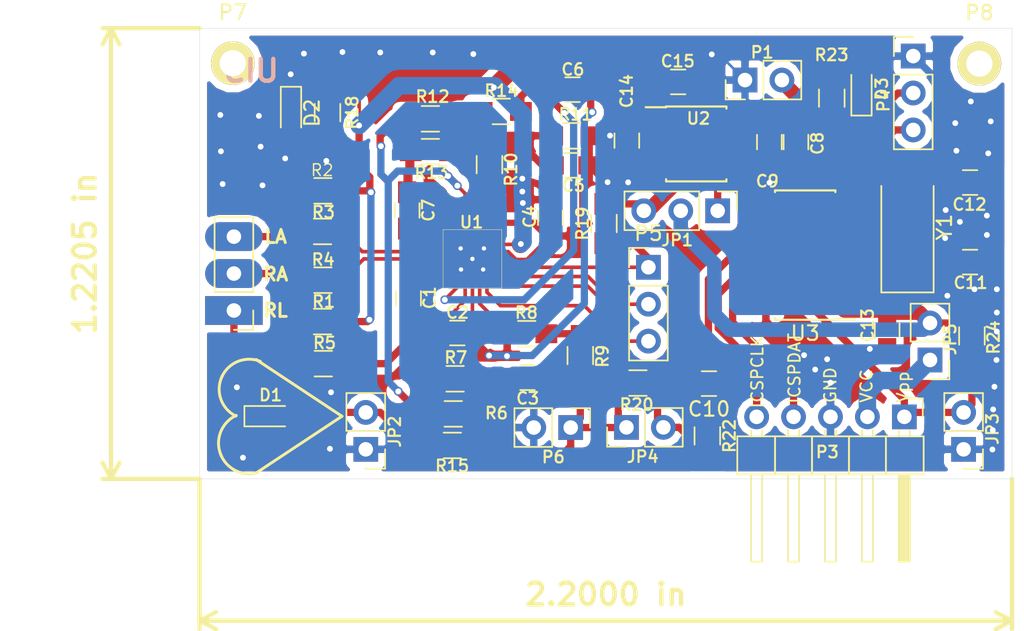
<source format=kicad_pcb>
(kicad_pcb (version 4) (host pcbnew 4.0.2-stable)
  (layers (0 F.Cu signal) (31 B.Cu signal) (34 B.Paste user) (35 F.Paste user) (36 B.SilkS user) (37 F.SilkS user) (38 B.Mask user) (39 F.Mask user) (44 Edge.Cuts user))
  (net 0 "")
  (net 1 /REFOUT)
  (net 2 /SW)
  (net 3 "Net-(C7-Pad1)")
  (net 4 "Net-(C7-Pad2)")
  (net 5 "Net-(D1-Pad2)")
  (net 6 "Net-(R3-Pad2)")
  (net 7 "Net-(R4-Pad2)")
  (net 8 /IAOUT)
  (net 9 /OPAMP+)
  (net 10 /SDN)
  (net 11 /LOD+)
  (net 12 /LOD-)
  (net 13 +vs)
  (net 14 RL)
  (net 15 RA)
  (net 16 LA)
  (net 17 /RLDFB)
  (net 18 /RLD)
  (net 19 /OUT_ANALOG)
  (net 20 "Net-(C3-Pad2)")
  (net 21 /GND)
  (net 22 /REFIN)
  (net 23 ADC)
  (net 24 "Net-(C11-Pad2)")
  (net 25 "Net-(C12-Pad2)")
  (net 26 /+5V)
  (net 27 "Net-(D2-Pad2)")
  (net 28 "Net-(D3-Pad2)")
  (net 29 "Net-(JP4-Pad2)")
  (net 30 /ICSPCLK)
  (net 31 /ICSPDAT)
  (net 32 /MCLR/Vpp)
  (net 33 /O_DIG1)
  (net 34 /O_DIG2)
  (net 35 "Net-(R8-Pad2)")
  (net 36 "Net-(R12-Pad2)")
  (net 37 /VCC_PIC)
  (net 38 "Net-(C14-Pad1)")
  (net 39 /VCC)
  (module Resistors_SMD:R_0805_HandSoldering (layer F.Cu) (at 137.541 93.5736 90)
    (fp_text reference R10 (at -0.3302 1.4859 90) (layer F.SilkS) (effects (font (size 0.8 0.8))))
    (fp_text value 10M)
    (pad 1 smd rect (at -1.35 0 90) (size 1.5 1.3) (layers F.Cu F.Paste F.Mask) (net 13 +vs))
    (pad 2 smd rect (at 1.35 0 90) (size 1.5 1.3) (layers F.Cu F.Paste F.Mask) (net 22 /REFIN))
  )
  (module Huellas:AD8232_ECG (layer F.Cu) (at 134.62 99.06)
    (fp_text reference U1 (at 1.6891 -1.524) (layer F.SilkS) (effects (font (size 0.8 0.8))))
    (fp_text value AD8232_A)
    (pad 1 smd rect (at 0 0) (size 0.5 0.25) (layers F.Cu F.Paste F.Mask) (net 4 "Net-(C7-Pad2)"))
    (pad 2 smd rect (at 0 0.5) (size 0.5 0.25) (layers F.Cu F.Paste F.Mask) (net 6 "Net-(R3-Pad2)"))
    (pad 3 smd rect (at 0 1) (size 0.5 0.25) (layers F.Cu F.Paste F.Mask) (net 7 "Net-(R4-Pad2)"))
    (pad 4 smd rect (at 0 1.5) (size 0.5 0.25) (layers F.Cu F.Paste F.Mask) (net 17 /RLDFB))
    (pad 5 smd rect (at 0 2) (size 0.5 0.25) (layers F.Cu F.Paste F.Mask) (net 18 /RLD))
    (pad 6 smd rect (at 0.75 2.75) (size 0.25 0.5) (layers F.Cu F.Paste F.Mask) (net 2 /SW))
    (pad 21 smd rect (at 1.75 1) (size 2.5 2.5) (layers F.Cu F.Paste F.Mask) (net 21 /GND))
    (pad 7 smd rect (at 1.25 2.75) (size 0.25 0.5) (layers F.Cu F.Paste F.Mask) (net 9 /OPAMP+))
    (pad 8 smd rect (at 1.75 2.75) (size 0.25 0.5) (layers F.Cu F.Paste F.Mask) (net 1 /REFOUT))
    (pad 9 smd rect (at 2.25 2.75) (size 0.25 0.5) (layers F.Cu F.Paste F.Mask) (net 35 "Net-(R8-Pad2)"))
    (pad 10 smd rect (at 2.75 2.75) (size 0.25 0.5) (layers F.Cu F.Paste F.Mask) (net 19 /OUT_ANALOG))
    (pad 11 smd rect (at 3.5 2) (size 0.5 0.25) (layers F.Cu F.Paste F.Mask) (net 12 /LOD-))
    (pad 12 smd rect (at 3.5 1.5) (size 0.5 0.25) (layers F.Cu F.Paste F.Mask) (net 11 /LOD+))
    (pad 13 smd rect (at 3.5 1) (size 0.5 0.25) (layers F.Cu F.Paste F.Mask) (net 10 /SDN))
    (pad 14 smd rect (at 3.5 0.5) (size 0.5 0.25) (layers F.Cu F.Paste F.Mask) (net 21 /GND))
    (pad 15 smd rect (at 3.5 0) (size 0.5 0.25) (layers F.Cu F.Paste F.Mask) (net 13 +vs))
    (pad 16 smd rect (at 2.75 -0.75) (size 0.25 0.5) (layers F.Cu F.Paste F.Mask) (net 21 /GND))
    (pad 17 smd rect (at 2.25 -0.75) (size 0.25 0.5) (layers F.Cu F.Paste F.Mask) (net 13 +vs))
    (pad 18 smd rect (at 1.75 -0.75) (size 0.25 0.5) (layers F.Cu F.Paste F.Mask) (net 22 /REFIN))
    (pad 19 smd rect (at 1.25 -0.75) (size 0.25 0.5) (layers F.Cu F.Paste F.Mask) (net 8 /IAOUT))
    (pad 20 smd rect (at 0.75 -0.75) (size 0.25 0.5) (layers F.Cu F.Paste F.Mask) (net 3 "Net-(C7-Pad1)"))
  )
  (module LEDs:LED_0805 (layer F.Cu) (at 122.48515 110.87735)
    (fp_text reference D1 (at 0 -1.45) (layer F.SilkS) (effects (font (size 0.8 0.8))))
    (fp_text value LED)
    (pad 2 smd rect (at 1.1 0 180) (size 1.2 1.2) (layers F.Cu F.Paste F.Mask) (net 5 "Net-(D1-Pad2)"))
    (pad 1 smd rect (at -1.1 0 180) (size 1.2 1.2) (layers F.Cu F.Paste F.Mask) (net 21 /GND))
  )
  (module Capacitors_SMD:C_0805_HandSoldering (layer F.Cu) (at 131.9784 102.7684 270)
    (fp_text reference C1 (at -0.0381 -1.4478 270) (layer F.SilkS) (effects (font (size 0.8 0.8))))
    (fp_text value 1nF)
    (pad 1 smd rect (at -1.25 0 270) (size 1.5 1.25) (layers F.Cu F.Paste F.Mask) (net 17 /RLDFB))
    (pad 2 smd rect (at 1.25 0 270) (size 1.5 1.25) (layers F.Cu F.Paste F.Mask) (net 18 /RLD))
  )
  (module Capacitors_SMD:C_0805_HandSoldering (layer F.Cu) (at 135.3312 105.156 180)
    (fp_text reference C2 (at -0.0127 1.4097 180) (layer F.SilkS) (effects (font (size 0.8 0.8))))
    (fp_text value 10nF)
    (pad 1 smd rect (at -1.25 0 180) (size 1.5 1.25) (layers F.Cu F.Paste F.Mask) (net 1 /REFOUT))
    (pad 2 smd rect (at 1.25 0 180) (size 1.5 1.25) (layers F.Cu F.Paste F.Mask) (net 9 /OPAMP+))
  )
  (module Capacitors_SMD:C_0805_HandSoldering (layer F.Cu) (at 140.1572 108.2294 180)
    (fp_text reference C3 (at -0.0127 -1.4224 180) (layer F.SilkS) (effects (font (size 0.8 0.8))))
    (fp_text value 1.5nF)
    (pad 1 smd rect (at -1.25 0 180) (size 1.5 1.25) (layers F.Cu F.Paste F.Mask) (net 19 /OUT_ANALOG))
    (pad 2 smd rect (at 1.25 0 180) (size 1.5 1.25) (layers F.Cu F.Paste F.Mask) (net 20 "Net-(C3-Pad2)"))
  )
  (module Capacitors_SMD:C_0805_HandSoldering (layer F.Cu) (at 141.732 97.2312 90)
    (fp_text reference C4 (at 0.0762 -1.4224 90) (layer F.SilkS) (effects (font (size 0.8 0.8))))
    (fp_text value 0.1uF)
    (pad 1 smd rect (at -1.25 0 90) (size 1.5 1.25) (layers F.Cu F.Paste F.Mask) (net 21 /GND))
    (pad 2 smd rect (at 1.25 0 90) (size 1.5 1.25) (layers F.Cu F.Paste F.Mask) (net 13 +vs))
  )
  (module Capacitors_SMD:C_0805_HandSoldering (layer F.Cu) (at 143.1544 93.6244)
    (fp_text reference C5 (at 0.1651 1.397) (layer F.SilkS) (effects (font (size 0.8 0.8))))
    (fp_text value 0.1uF)
    (pad 1 smd rect (at -1.25 0) (size 1.5 1.25) (layers F.Cu F.Paste F.Mask) (net 22 /REFIN))
    (pad 2 smd rect (at 1.25 0) (size 1.5 1.25) (layers F.Cu F.Paste F.Mask) (net 21 /GND))
  )
  (module Capacitors_SMD:C_0805_HandSoldering (layer F.Cu) (at 143.256 88.4174 180)
    (fp_text reference C6 (at -0.0254 1.3843 180) (layer F.SilkS) (effects (font (size 0.8 0.8))))
    (fp_text value 0.33uF)
    (pad 1 smd rect (at -1.25 0 180) (size 1.5 1.25) (layers F.Cu F.Paste F.Mask) (net 1 /REFOUT))
    (pad 2 smd rect (at 1.25 0 180) (size 1.5 1.25) (layers F.Cu F.Paste F.Mask) (net 2 /SW))
  )
  (module Capacitors_SMD:C_0805_HandSoldering (layer F.Cu) (at 131.8768 96.7232 270)
    (fp_text reference C7 (at -0.0127 -1.4605 270) (layer F.SilkS) (effects (font (size 0.8 0.8))))
    (fp_text value 0.33uF)
    (pad 1 smd rect (at -1.25 0 270) (size 1.5 1.25) (layers F.Cu F.Paste F.Mask) (net 3 "Net-(C7-Pad1)"))
    (pad 2 smd rect (at 1.25 0 270) (size 1.5 1.25) (layers F.Cu F.Paste F.Mask) (net 4 "Net-(C7-Pad2)"))
  )
  (module Resistors_SMD:R_0805_HandSoldering (layer F.Cu) (at 126.0602 104.3686 180)
    (fp_text reference R1 (at -0.0762 1.3716 180) (layer F.SilkS) (effects (font (size 0.8 0.8))))
    (fp_text value 10M)
    (pad 1 smd rect (at -1.35 0 180) (size 1.5 1.3) (layers F.Cu F.Paste F.Mask) (net 13 +vs))
    (pad 2 smd rect (at 1.35 0 180) (size 1.5 1.3) (layers F.Cu F.Paste F.Mask) (net 15 RA))
  )
  (module Resistors_SMD:R_0805_HandSoldering (layer F.Cu) (at 126.0856 95.377 180)
    (fp_text reference R2 (at 0.0508 1.4224 180) (layer F.SilkS) (effects (font (size 0.8 0.8) (thickness 0.1))))
    (fp_text value 10M)
    (pad 1 smd rect (at -1.35 0 180) (size 1.5 1.3) (layers F.Cu F.Paste F.Mask) (net 13 +vs))
    (pad 2 smd rect (at 1.35 0 180) (size 1.5 1.3) (layers F.Cu F.Paste F.Mask) (net 16 LA))
  )
  (module Resistors_SMD:R_0805_HandSoldering (layer F.Cu) (at 126.0602 98.171)
    (fp_text reference R3 (at 0.0635 -1.3208) (layer F.SilkS) (effects (font (size 0.8 0.8))))
    (fp_text value 180K)
    (pad 1 smd rect (at -1.35 0) (size 1.5 1.3) (layers F.Cu F.Paste F.Mask) (net 16 LA))
    (pad 2 smd rect (at 1.35 0) (size 1.5 1.3) (layers F.Cu F.Paste F.Mask) (net 6 "Net-(R3-Pad2)"))
  )
  (module Resistors_SMD:R_0805_HandSoldering (layer F.Cu) (at 126.0856 101.5238)
    (fp_text reference R4 (at 0.0127 -1.4097) (layer F.SilkS) (effects (font (size 0.8 0.8))))
    (fp_text value 180K)
    (pad 1 smd rect (at -1.35 0) (size 1.5 1.3) (layers F.Cu F.Paste F.Mask) (net 15 RA))
    (pad 2 smd rect (at 1.35 0) (size 1.5 1.3) (layers F.Cu F.Paste F.Mask) (net 7 "Net-(R4-Pad2)"))
  )
  (module Resistors_SMD:R_0805_HandSoldering (layer F.Cu) (at 126.111 107.2642)
    (fp_text reference R5 (at 0.0889 -1.4224) (layer F.SilkS) (effects (font (size 0.8 0.8))))
    (fp_text value 360K)
    (pad 1 smd rect (at -1.35 0) (size 1.5 1.3) (layers F.Cu F.Paste F.Mask) (net 14 RL))
    (pad 2 smd rect (at 1.35 0) (size 1.5 1.3) (layers F.Cu F.Paste F.Mask) (net 18 /RLD))
  )
  (module Resistors_SMD:R_0805_HandSoldering (layer F.Cu) (at 135.0518 110.7186)
    (fp_text reference R6 (at 2.9718 -0.0508) (layer F.SilkS) (effects (font (size 0.8 0.8))))
    (fp_text value 1M)
    (pad 1 smd rect (at -1.35 0) (size 1.5 1.3) (layers F.Cu F.Paste F.Mask) (net 8 /IAOUT))
    (pad 2 smd rect (at 1.35 0) (size 1.5 1.3) (layers F.Cu F.Paste F.Mask) (net 20 "Net-(C3-Pad2)"))
  )
  (module Resistors_SMD:R_0805_HandSoldering (layer F.Cu) (at 135.1788 108.3056)
    (fp_text reference R7 (at 0.0508 -1.4605) (layer F.SilkS) (effects (font (size 0.8 0.8))))
    (fp_text value 1M)
    (pad 1 smd rect (at -1.35 0) (size 1.5 1.3) (layers F.Cu F.Paste F.Mask) (net 9 /OPAMP+))
    (pad 2 smd rect (at 1.35 0) (size 1.5 1.3) (layers F.Cu F.Paste F.Mask) (net 20 "Net-(C3-Pad2)"))
  )
  (module Resistors_SMD:R_0805_HandSoldering (layer F.Cu) (at 140.1064 105.2068)
    (fp_text reference R8 (at -0.0254 -1.4478) (layer F.SilkS) (effects (font (size 0.8 0.8))))
    (fp_text value 100K)
    (pad 1 smd rect (at -1.35 0) (size 1.5 1.3) (layers F.Cu F.Paste F.Mask) (net 1 /REFOUT))
    (pad 2 smd rect (at 1.35 0) (size 1.5 1.3) (layers F.Cu F.Paste F.Mask) (net 35 "Net-(R8-Pad2)"))
  )
  (module Resistors_SMD:R_0805_HandSoldering (layer F.Cu) (at 143.7894 106.7054 270)
    (fp_text reference R9 (at 0.0508 -1.524 270) (layer F.SilkS) (effects (font (size 0.8 0.8))))
    (fp_text value 1M)
    (pad 1 smd rect (at -1.35 0 270) (size 1.5 1.3) (layers F.Cu F.Paste F.Mask) (net 35 "Net-(R8-Pad2)"))
    (pad 2 smd rect (at 1.35 0 270) (size 1.5 1.3) (layers F.Cu F.Paste F.Mask) (net 19 /OUT_ANALOG))
  )
  (module Resistors_SMD:R_0805_HandSoldering (layer F.Cu) (at 143.2052 91.5924)
    (fp_text reference R11 (at 0.2667 -1.4732) (layer F.SilkS) (effects (font (size 0.8 0.8))))
    (fp_text value 10M)
    (pad 1 smd rect (at -1.35 0) (size 1.5 1.3) (layers F.Cu F.Paste F.Mask) (net 22 /REFIN))
    (pad 2 smd rect (at 1.35 0) (size 1.5 1.3) (layers F.Cu F.Paste F.Mask) (net 21 /GND))
  )
  (module Resistors_SMD:R_0805_HandSoldering (layer F.Cu) (at 133.477 90.424)
    (fp_text reference R12 (at 0.1524 -1.524) (layer F.SilkS) (effects (font (size 0.8 0.8))))
    (fp_text value 10M)
    (pad 1 smd rect (at -1.35 0) (size 1.5 1.3) (layers F.Cu F.Paste F.Mask) (net 8 /IAOUT))
    (pad 2 smd rect (at 1.35 0) (size 1.5 1.3) (layers F.Cu F.Paste F.Mask) (net 36 "Net-(R12-Pad2)"))
  )
  (module Resistors_SMD:R_0805_HandSoldering (layer F.Cu) (at 133.477 92.6846 180)
    (fp_text reference R13 (at -0.0762 -1.4478 180) (layer F.SilkS) (effects (font (size 0.8 0.8))))
    (fp_text value 10M)
    (pad 1 smd rect (at -1.35 0 180) (size 1.5 1.3) (layers F.Cu F.Paste F.Mask) (net 36 "Net-(R12-Pad2)"))
    (pad 2 smd rect (at 1.35 0 180) (size 1.5 1.3) (layers F.Cu F.Paste F.Mask) (net 3 "Net-(C7-Pad1)"))
  )
  (module Resistors_SMD:R_0805_HandSoldering (layer F.Cu) (at 138.3538 89.916)
    (fp_text reference R14 (at 0.0127 -1.4224) (layer F.SilkS) (effects (font (size 0.8 0.8))))
    (fp_text value 1.4M)
    (pad 1 smd rect (at -1.35 0) (size 1.5 1.3) (layers F.Cu F.Paste F.Mask) (net 36 "Net-(R12-Pad2)"))
    (pad 2 smd rect (at 1.35 0) (size 1.5 1.3) (layers F.Cu F.Paste F.Mask) (net 2 /SW))
  )
  (module Resistors_SMD:R_0805_HandSoldering (layer F.Cu) (at 134.9883 112.8903 180)
    (fp_text reference R15 (at 0.0127 -1.4097 180) (layer F.SilkS) (effects (font (size 0.8 0.8))))
    (fp_text value 1K)
    (pad 1 smd rect (at -1.35 0 180) (size 1.5 1.3) (layers F.Cu F.Paste F.Mask) (net 19 /OUT_ANALOG))
    (pad 2 smd rect (at 1.35 0 180) (size 1.5 1.3) (layers F.Cu F.Paste F.Mask) (net 5 "Net-(D1-Pad2)"))
  )
  (module Huellas:Pin_Header_Straight_1x03_Pitch2.54mm (layer F.Cu) (at 119.9642 103.6066 180)
    (fp_text reference P2 hide)
    (fp_text value CONN_01X03 hide)
    (pad 1 thru_hole rect (at 0 0 180) (size 3.96 1.98) (drill 1) (layers *.Cu *.Mask) (net 14 RL))
    (pad 2 thru_hole oval (at 0 2.54 180) (size 3.96 1.98) (drill 1) (layers *.Cu *.Mask) (net 15 RA))
    (pad 3 thru_hole oval (at 0 5.08 180) (size 3.96 1.98) (drill 1) (layers *.Cu *.Mask) (net 16 LA))
  )
  (module Resistors_SMD:R_0805_HandSoldering (layer F.Cu) (at 126.4003 89.9986 270)
    (fp_text reference R18 (at 0 -1.7 270) (layer F.SilkS) (effects (font (size 0.8 0.8))))
    (fp_text value 1K)
    (pad 1 smd rect (at -1.35 0 270) (size 1.5 1.3) (layers F.Cu F.Paste F.Mask) (net 13 +vs))
    (pad 2 smd rect (at 1.35 0 270) (size 1.5 1.3) (layers F.Cu F.Paste F.Mask) (net 27 "Net-(D2-Pad2)"))
  )
  (module Capacitors_SMD:C_0805_HandSoldering (layer F.Cu) (at 158.623 92.0242 270)
    (fp_text reference C8 (at 0.0889 -1.4732 270) (layer F.SilkS) (effects (font (size 0.8 0.8))))
    (fp_text value 10uF)
    (pad 1 smd rect (at -1.25 0 270) (size 1.5 1.25) (layers F.Cu F.Paste F.Mask) (net 26 /+5V))
    (pad 2 smd rect (at 1.25 0 270) (size 1.5 1.25) (layers F.Cu F.Paste F.Mask) (net 21 /GND))
  )
  (module Capacitors_SMD:C_0805_HandSoldering (layer F.Cu) (at 156.7942 92.0242 270)
    (fp_text reference C9 (at 2.6924 0.1397 360) (layer F.SilkS) (effects (font (size 0.8 0.8))))
    (fp_text value 0.1uF)
    (pad 1 smd rect (at -1.25 0 270) (size 1.5 1.25) (layers F.Cu F.Paste F.Mask) (net 26 /+5V))
    (pad 2 smd rect (at 1.25 0 270) (size 1.5 1.25) (layers F.Cu F.Paste F.Mask) (net 21 /GND))
  )
  (module Capacitors_SMD:C_0805_HandSoldering (layer F.Cu) (at 152.6413 108.6358 180)
    (fp_text reference C10 (at 0 -1.75 180) (layer F.SilkS))
    (fp_text value 0.1uF)
    (pad 1 smd rect (at -1.25 0 180) (size 1.5 1.25) (layers F.Cu F.Paste F.Mask) (net 23 ADC))
    (pad 2 smd rect (at 1.25 0 180) (size 1.5 1.25) (layers F.Cu F.Paste F.Mask) (net 21 /GND))
  )
  (module Capacitors_SMD:C_0805_HandSoldering (layer F.Cu) (at 170.5991 100.2792 180)
    (fp_text reference C11 (at -0.0381 -1.4224 180) (layer F.SilkS) (effects (font (size 0.8 0.8))))
    (fp_text value 22pF)
    (pad 1 smd rect (at -1.25 0 180) (size 1.5 1.25) (layers F.Cu F.Paste F.Mask) (net 21 /GND))
    (pad 2 smd rect (at 1.25 0 180) (size 1.5 1.25) (layers F.Cu F.Paste F.Mask) (net 24 "Net-(C11-Pad2)"))
  )
  (module Capacitors_SMD:C_0805_HandSoldering (layer F.Cu) (at 170.5991 94.8055 180)
    (fp_text reference C12 (at 0.0381 -1.5113 180) (layer F.SilkS) (effects (font (size 0.8 0.8))))
    (fp_text value 22pF)
    (pad 1 smd rect (at -1.25 0 180) (size 1.5 1.25) (layers F.Cu F.Paste F.Mask) (net 21 /GND))
    (pad 2 smd rect (at 1.25 0 180) (size 1.5 1.25) (layers F.Cu F.Paste F.Mask) (net 25 "Net-(C12-Pad2)"))
  )
  (module Capacitors_SMD:C_0805_HandSoldering (layer F.Cu) (at 164.8968 105.0036 270)
    (fp_text reference C13 (at -0.381 1.3462 270) (layer F.SilkS) (effects (font (size 0.8 0.8))))
    (fp_text value 0.1uF)
    (pad 1 smd rect (at -1.25 0 270) (size 1.5 1.25) (layers F.Cu F.Paste F.Mask) (net 37 /VCC_PIC))
    (pad 2 smd rect (at 1.25 0 270) (size 1.5 1.25) (layers F.Cu F.Paste F.Mask) (net 21 /GND))
  )
  (module LEDs:LED_0805 (layer F.Cu) (at 123.8903 90.0186 270)
    (fp_text reference D2 (at 0 -1.45 270) (layer F.SilkS))
    (fp_text value LED)
    (pad 2 smd rect (at 1.1 0 90) (size 1.2 1.2) (layers F.Cu F.Paste F.Mask) (net 27 "Net-(D2-Pad2)"))
    (pad 1 smd rect (at -1.1 0 90) (size 1.2 1.2) (layers F.Cu F.Paste F.Mask) (net 21 /GND))
  )
  (module LEDs:LED_0805 (layer F.Cu) (at 163.1303 88.3986 90)
    (fp_text reference D3 (at 0.0381 1.397 90) (layer F.SilkS) (effects (font (size 0.8 0.8))))
    (fp_text value LED)
    (pad 2 smd rect (at 1.1 0 270) (size 1.2 1.2) (layers F.Cu F.Paste F.Mask) (net 28 "Net-(D3-Pad2)"))
    (pad 1 smd rect (at -1.1 0 270) (size 1.2 1.2) (layers F.Cu F.Paste F.Mask) (net 21 /GND))
  )
  (module Pin_Headers:Pin_Header_Straight_1x02_Pitch2.54mm (layer F.Cu) (at 129.032 113.157 180)
    (fp_text reference JP2 (at -1.9939 1.2192 270) (layer F.SilkS) (effects (font (size 0.8 0.8))))
    (fp_text value LATIDOS_ECG)
    (pad 1 thru_hole rect (at 0 0 180) (size 1.7 1.7) (drill 1) (layers *.Cu *.Mask) (net 21 /GND))
    (pad 2 thru_hole oval (at 0 2.54 180) (size 1.7 1.7) (drill 1) (layers *.Cu *.Mask) (net 5 "Net-(D1-Pad2)"))
  )
  (module Pin_Headers:Pin_Header_Straight_1x02_Pitch2.54mm (layer F.Cu) (at 170.1546 113.157 180)
    (fp_text reference JP3 (at -1.9812 1.4097 270) (layer F.SilkS) (effects (font (size 0.8 0.8))))
    (fp_text value RESET_PIC)
    (pad 1 thru_hole rect (at 0 0 180) (size 1.7 1.7) (drill 1) (layers *.Cu *.Mask) (net 21 /GND))
    (pad 2 thru_hole oval (at 0 2.54 180) (size 1.7 1.7) (drill 1) (layers *.Cu *.Mask) (net 32 /MCLR/Vpp))
  )
  (module Pin_Headers:Pin_Header_Straight_1x02_Pitch2.54mm (layer F.Cu) (at 146.9644 111.6457 90)
    (fp_text reference JP4 (at -2.0193 1.1176 180) (layer F.SilkS) (effects (font (size 0.8 0.8))))
    (fp_text value PASO_A/D)
    (pad 1 thru_hole rect (at 0 0 90) (size 1.7 1.7) (drill 1) (layers *.Cu *.Mask) (net 19 /OUT_ANALOG))
    (pad 2 thru_hole oval (at 0 2.54 90) (size 1.7 1.7) (drill 1) (layers *.Cu *.Mask) (net 29 "Net-(JP4-Pad2)"))
  )
  (module Pin_Headers:Pin_Header_Angled_1x05_Pitch2.54mm (layer F.Cu) (at 166.0779 110.9218 270)
    (fp_text reference P3 (at 2.4257 5.2959 360) (layer F.SilkS) (effects (font (size 0.8 0.8))))
    (fp_text value CONN_01X05)
    (pad 1 thru_hole rect (at 0 0 270) (size 1.7 1.7) (drill 1) (layers *.Cu *.Mask) (net 32 /MCLR/Vpp))
    (pad 2 thru_hole oval (at 0 2.54 270) (size 1.7 1.7) (drill 1) (layers *.Cu *.Mask) (net 39 /VCC))
    (pad 3 thru_hole oval (at 0 5.08 270) (size 1.7 1.7) (drill 1) (layers *.Cu *.Mask) (net 21 /GND))
    (pad 4 thru_hole oval (at 0 7.62 270) (size 1.7 1.7) (drill 1) (layers *.Cu *.Mask) (net 31 /ICSPDAT))
    (pad 5 thru_hole oval (at 0 10.16 270) (size 1.7 1.7) (drill 1) (layers *.Cu *.Mask) (net 30 /ICSPCLK))
  )
  (module Resistors_SMD:R_0805_HandSoldering (layer F.Cu) (at 145.415 97.6249 90)
    (fp_text reference R19 (at 0 -1.4732 90) (layer F.SilkS) (effects (font (size 0.8 0.8))))
    (fp_text value 10K hide)
    (pad 1 smd rect (at -1.35 0 90) (size 1.5 1.3) (layers F.Cu F.Paste F.Mask) (net 10 /SDN))
    (pad 2 smd rect (at 1.35 0 90) (size 1.5 1.3) (layers F.Cu F.Paste F.Mask) (net 13 +vs))
  )
  (module Resistors_SMD:R_0805_HandSoldering (layer F.Cu) (at 147.7518 108.5977 180)
    (fp_text reference R20 (at 0.0889 -1.4859 180) (layer F.SilkS) (effects (font (size 0.8 0.8))))
    (fp_text value 000)
    (pad 1 smd rect (at -1.35 0 180) (size 1.5 1.3) (layers F.Cu F.Paste F.Mask) (net 29 "Net-(JP4-Pad2)"))
    (pad 2 smd rect (at 1.35 0 180) (size 1.5 1.3) (layers F.Cu F.Paste F.Mask) (net 19 /OUT_ANALOG))
  )
  (module Resistors_SMD:R_0805_HandSoldering (layer F.Cu) (at 152.527 112.2299 270)
    (fp_text reference R22 (at 0 -1.524 270) (layer F.SilkS) (effects (font (size 0.8 0.8))))
    (fp_text value 1K)
    (pad 1 smd rect (at -1.35 0 270) (size 1.5 1.3) (layers F.Cu F.Paste F.Mask) (net 23 ADC))
    (pad 2 smd rect (at 1.35 0 270) (size 1.5 1.3) (layers F.Cu F.Paste F.Mask) (net 29 "Net-(JP4-Pad2)"))
  )
  (module Resistors_SMD:R_0805_HandSoldering (layer F.Cu) (at 161.0868 89.0016 90)
    (fp_text reference R23 (at 2.9718 -0.0127 180) (layer F.SilkS) (effects (font (size 0.8 0.8))))
    (fp_text value 470R)
    (pad 1 smd rect (at -1.35 0 90) (size 1.5 1.3) (layers F.Cu F.Paste F.Mask) (net 26 /+5V))
    (pad 2 smd rect (at 1.35 0 90) (size 1.5 1.3) (layers F.Cu F.Paste F.Mask) (net 28 "Net-(D3-Pad2)"))
  )
  (module Resistors_SMD:R_0805_HandSoldering (layer F.Cu) (at 170.7261 105.3592 270)
    (fp_text reference R24 (at 0.1016 -1.4859 270) (layer F.SilkS) (effects (font (size 0.8 0.8))))
    (fp_text value 10K)
    (pad 1 smd rect (at -1.35 0 270) (size 1.5 1.3) (layers F.Cu F.Paste F.Mask) (net 37 /VCC_PIC))
    (pad 2 smd rect (at 1.35 0 270) (size 1.5 1.3) (layers F.Cu F.Paste F.Mask) (net 32 /MCLR/Vpp))
  )
  (module Housings_SOIC:SOIC-14_3.9x8.7mm_Pitch1.27mm (layer F.Cu) (at 159.258 99.7966 180)
    (fp_text reference U3 (at 0 -5.375 180) (layer F.SilkS))
    (fp_text value PIC16F688)
    (pad 1 smd rect (at -2.7 -3.81 180) (size 1.5 0.6) (layers F.Cu F.Paste F.Mask) (net 37 /VCC_PIC))
    (pad 2 smd rect (at -2.7 -2.54 180) (size 1.5 0.6) (layers F.Cu F.Paste F.Mask) (net 24 "Net-(C11-Pad2)"))
    (pad 3 smd rect (at -2.7 -1.27 180) (size 1.5 0.6) (layers F.Cu F.Paste F.Mask) (net 25 "Net-(C12-Pad2)"))
    (pad 4 smd rect (at -2.7 0 180) (size 1.5 0.6) (layers F.Cu F.Paste F.Mask) (net 32 /MCLR/Vpp))
    (pad 5 smd rect (at -2.7 1.27 180) (size 1.5 0.6) (layers F.Cu F.Paste F.Mask))
    (pad 6 smd rect (at -2.7 2.54 180) (size 1.5 0.6) (layers F.Cu F.Paste F.Mask))
    (pad 7 smd rect (at -2.7 3.81 180) (size 1.5 0.6) (layers F.Cu F.Paste F.Mask) (net 34 /O_DIG2))
    (pad 8 smd rect (at 2.7 3.81 180) (size 1.5 0.6) (layers F.Cu F.Paste F.Mask) (net 33 /O_DIG1))
    (pad 9 smd rect (at 2.7 2.54 180) (size 1.5 0.6) (layers F.Cu F.Paste F.Mask))
    (pad 10 smd rect (at 2.7 1.27 180) (size 1.5 0.6) (layers F.Cu F.Paste F.Mask))
    (pad 11 smd rect (at 2.7 0 180) (size 1.5 0.6) (layers F.Cu F.Paste F.Mask) (net 23 ADC))
    (pad 12 smd rect (at 2.7 -1.27 180) (size 1.5 0.6) (layers F.Cu F.Paste F.Mask) (net 30 /ICSPCLK))
    (pad 13 smd rect (at 2.7 -2.54 180) (size 1.5 0.6) (layers F.Cu F.Paste F.Mask) (net 31 /ICSPDAT))
    (pad 14 smd rect (at 2.7 -3.81 180) (size 1.5 0.6) (layers F.Cu F.Paste F.Mask) (net 21 /GND))
  )
  (module Crystals:Crystal_SMD_Abracon_ABM3-2pin_5.0x3.2mm_HandSoldering (layer F.Cu) (at 166.2938 97.7392 90)
    (fp_text reference Y1 (at -0.127 2.54 90) (layer F.SilkS))
    (fp_text value Crystal_8MHz)
    (pad 1 smd rect (at -2.7625 0 90) (size 3.325 2.4) (layers F.Cu F.Paste F.Mask) (net 24 "Net-(C11-Pad2)"))
    (pad 2 smd rect (at 2.7625 0 90) (size 3.325 2.4) (layers F.Cu F.Paste F.Mask) (net 25 "Net-(C12-Pad2)"))
  )
  (module Capacitors_SMD:C_0805_HandSoldering (layer F.Cu) (at 146.9898 91.9226 90)
    (fp_text reference C14 (at 3.4036 -0.0127 90) (layer F.SilkS) (effects (font (size 0.8 0.8))))
    (fp_text value 0.1uF)
    (pad 1 smd rect (at -1.25 0 90) (size 1.5 1.25) (layers F.Cu F.Paste F.Mask) (net 38 "Net-(C14-Pad1)"))
    (pad 2 smd rect (at 1.25 0 90) (size 1.5 1.25) (layers F.Cu F.Paste F.Mask) (net 13 +vs))
  )
  (module Capacitors_SMD:C_0805_HandSoldering (layer F.Cu) (at 150.5204 87.884)
    (fp_text reference C15 (at -0.0254 -1.4224) (layer F.SilkS) (effects (font (size 0.8 0.8))))
    (fp_text value 4.7uF)
    (pad 1 smd rect (at -1.25 0) (size 1.5 1.25) (layers F.Cu F.Paste F.Mask) (net 13 +vs))
    (pad 2 smd rect (at 1.25 0) (size 1.5 1.25) (layers F.Cu F.Paste F.Mask) (net 21 /GND))
  )
  (module Pin_Headers:Pin_Header_Straight_1x03_Pitch2.54mm (layer F.Cu) (at 153.2382 96.7486 270)
    (fp_text reference JP1 (at 2.0193 2.7813 360) (layer F.SilkS) (effects (font (size 0.8 0.8))))
    (fp_text value ALIMEN_PIC)
    (pad 1 thru_hole rect (at 0 0 270) (size 1.7 1.7) (drill 1) (layers *.Cu *.Mask) (net 26 /+5V))
    (pad 2 thru_hole oval (at 0 2.54 270) (size 1.7 1.7) (drill 1) (layers *.Cu *.Mask) (net 37 /VCC_PIC))
    (pad 3 thru_hole oval (at 0 5.08 270) (size 1.7 1.7) (drill 1) (layers *.Cu *.Mask) (net 13 +vs))
  )
  (module Housings_SOIC:SOIC-8_3.9x4.9mm_Pitch1.27mm (layer F.Cu) (at 151.765 92.1512)
    (fp_text reference U2 (at 0.1524 -1.7526) (layer F.SilkS) (effects (font (size 0.8 0.8))))
    (fp_text value ADP3303-3.3)
    (pad 1 smd rect (at -2.7 -1.905) (size 1.55 0.6) (layers F.Cu F.Paste F.Mask) (net 13 +vs))
    (pad 2 smd rect (at -2.7 -0.635) (size 1.55 0.6) (layers F.Cu F.Paste F.Mask) (net 13 +vs))
    (pad 3 smd rect (at -2.7 0.635) (size 1.55 0.6) (layers F.Cu F.Paste F.Mask) (net 38 "Net-(C14-Pad1)"))
    (pad 4 smd rect (at -2.7 1.905) (size 1.55 0.6) (layers F.Cu F.Paste F.Mask) (net 21 /GND))
    (pad 5 smd rect (at 2.7 1.905) (size 1.55 0.6) (layers F.Cu F.Paste F.Mask) (net 26 /+5V))
    (pad 6 smd rect (at 2.7 0.635) (size 1.55 0.6) (layers F.Cu F.Paste F.Mask))
    (pad 7 smd rect (at 2.7 -0.635) (size 1.55 0.6) (layers F.Cu F.Paste F.Mask) (net 26 /+5V))
    (pad 8 smd rect (at 2.7 -1.905) (size 1.55 0.6) (layers F.Cu F.Paste F.Mask) (net 26 /+5V))
  )
  (module Pin_Headers:Pin_Header_Straight_1x02_Pitch2.54mm (layer F.Cu) (at 167.8432 107.0102 180)
    (fp_text reference JP5 (at -1.3843 1.4224 270) (layer F.SilkS) (effects (font (size 0.8 0.8))))
    (fp_text value ALIMENT_PIC-KIT)
    (pad 1 thru_hole rect (at 0 0 180) (size 1.7 1.7) (drill 1) (layers *.Cu *.Mask) (net 39 /VCC))
    (pad 2 thru_hole oval (at 0 2.54 180) (size 1.7 1.7) (drill 1) (layers *.Cu *.Mask) (net 37 /VCC_PIC))
  )
  (module Pin_Headers:Pin_Header_Straight_1x02_Pitch2.54mm (layer F.Cu) (at 155.1178 87.757 90)
    (fp_text reference P1 (at 1.905 1.1811 180) (layer F.SilkS) (effects (font (size 0.8 0.8))))
    (fp_text value CONN_01X02)
    (pad 1 thru_hole rect (at 0 0 90) (size 1.7 1.7) (drill 1) (layers *.Cu *.Mask) (net 21 /GND))
    (pad 2 thru_hole oval (at 0 2.54 90) (size 1.7 1.7) (drill 1) (layers *.Cu *.Mask) (net 26 /+5V))
  )
  (module Pin_Headers:Pin_Header_Straight_1x02_Pitch2.54mm (layer F.Cu) (at 143.129 111.6584 270)
    (fp_text reference P6 (at 2.032 1.1938 360) (layer F.SilkS) (effects (font (size 0.8 0.8))))
    (fp_text value CONN_01X02)
    (pad 1 thru_hole rect (at 0 0 270) (size 1.7 1.7) (drill 1) (layers *.Cu *.Mask) (net 19 /OUT_ANALOG))
    (pad 2 thru_hole oval (at 0 2.54 270) (size 1.7 1.7) (drill 1) (layers *.Cu *.Mask) (net 21 /GND))
  )
  (module Pin_Headers:Pin_Header_Straight_1x03_Pitch2.54mm (layer F.Cu) (at 166.6903 86.1086)
    (fp_text reference P4 (at -2.0447 3.0607 90) (layer F.SilkS) (effects (font (size 0.8 0.8))))
    (fp_text value CONN_01X03)
    (pad 1 thru_hole rect (at 0 0) (size 1.7 1.7) (drill 1) (layers *.Cu *.Mask) (net 21 /GND))
    (pad 2 thru_hole oval (at 0 2.54) (size 1.7 1.7) (drill 1) (layers *.Cu *.Mask) (net 33 /O_DIG1))
    (pad 3 thru_hole oval (at 0 5.08) (size 1.7 1.7) (drill 1) (layers *.Cu *.Mask) (net 34 /O_DIG2))
  )
  (module Pin_Headers:Pin_Header_Straight_1x03_Pitch2.54mm (layer F.Cu) (at 148.4757 100.6348)
    (fp_text reference P5 (at 0 -2.33) (layer F.SilkS))
    (fp_text value CONN_01X03)
    (pad 1 thru_hole rect (at 0 0) (size 1.7 1.7) (drill 1) (layers *.Cu *.Mask) (net 10 /SDN))
    (pad 2 thru_hole oval (at 0 2.54) (size 1.7 1.7) (drill 1) (layers *.Cu *.Mask) (net 11 /LOD+))
    (pad 3 thru_hole oval (at 0 5.08) (size 1.7 1.7) (drill 1) (layers *.Cu *.Mask) (net 12 /LOD-))
  )
  (module Huellas:MountingHole_1.8mm_Pad (layer F.Cu) (at 119.8903 86.5986)
    (fp_text reference P7 (at 0 -3.5) (layer F.SilkS))
    (fp_text value CONN_01X01 hide)
    (pad 1 thru_hole circle (at 0 0) (size 3 3) (drill 1.8) (layers *.Cu *.Mask F.SilkS))
  )
  (module Huellas:MountingHole_1.8mm_Pad (layer F.Cu) (at 171.2403 86.6286)
    (fp_text reference P8 (at 0 -3.5) (layer F.SilkS))
    (fp_text value CONN_01X01 hide)
    (pad 1 thru_hole circle (at 0 0) (size 3 3) (drill 1.8) (layers *.Cu *.Mask F.SilkS))
  )
  (gr_line (start 173.4803 84.1886) (end 117.6003 84.1886) (angle 90) (layer Edge.Cuts) (width 0.0254))
  (gr_line (start 173.4803 115.1886) (end 173.4803 84.1886) (angle 90) (layer Edge.Cuts) (width 0.0254))
  (gr_line (start 117.6003 115.1886) (end 173.4803 115.1886) (angle 90) (layer Edge.Cuts) (width 0.0254))
  (gr_line (start 117.6003 84.1886) (end 117.6003 115.1886) (angle 90) (layer Edge.Cuts) (width 0.0254))
  (dimension 31 (width 0.3) (layer F.SilkS) (gr_text 31.000mm (at 110.160301 99.6886 270) (layer F.SilkS) (effects (font (size 1.5 1.5) (thickness 0.3)))) (feature1 (pts (xy 117.6003 115.1886) (xy 108.810301 115.1886))) (feature2 (pts (xy 117.6003 84.1886) (xy 108.810301 84.1886))) (crossbar (pts (xy 111.510301 84.1886) (xy 111.510301 115.1886))) (arrow1a (pts (xy 111.510301 115.1886) (xy 110.92388 114.062096))) (arrow1b (pts (xy 111.510301 115.1886) (xy 112.096722 114.062096))) (arrow2a (pts (xy 111.510301 84.1886) (xy 110.92388 85.315104))) (arrow2b (pts (xy 111.510301 84.1886) (xy 112.096722 85.315104))))
  (gr_text Vpp (at 165.989 108.8644 90) (layer F.SilkS) (effects (font (size 0.8 0.8) (thickness 0.125))))
  (gr_text VCC (at 163.4744 108.8009 90) (layer F.SilkS) (effects (font (size 0.8 0.8) (thickness 0.125))))
  (gr_text GND (at 160.9852 108.7374 90) (layer F.SilkS) (effects (font (size 0.8 0.8) (thickness 0.125))))
  (gr_text ICSPDAT (at 158.5214 107.5817 90) (layer F.SilkS) (effects (font (size 0.8 0.8) (thickness 0.125))))
  (gr_text ICSPCLK (at 155.9687 107.823 90) (layer F.SilkS) (effects (font (size 0.8 0.8) (thickness 0.125))))
  (gr_text UIS (at 121.1707 87.122) (layer B.SilkS) (effects (font (size 1.5 1.5) (thickness 0.3)) (justify mirror)))
  (dimension 55.88 (width 0.3) (layer F.SilkS) (gr_text 55.880mm (at 145.542 126.2926) (layer F.SilkS) (effects (font (size 1.5 1.5) (thickness 0.3)))) (feature1 (pts (xy 117.602 115.189) (xy 117.602 127.6426))) (feature2 (pts (xy 173.482 115.189) (xy 173.482 127.6426))) (crossbar (pts (xy 173.482 124.9426) (xy 117.602 124.9426))) (arrow1a (pts (xy 117.602 124.9426) (xy 118.728504 124.356179))) (arrow1b (pts (xy 117.602 124.9426) (xy 118.728504 125.529021))) (arrow2a (pts (xy 173.482 124.9426) (xy 172.355496 124.356179))) (arrow2b (pts (xy 173.482 124.9426) (xy 172.355496 125.529021))))
  (gr_text RA (at 122.8344 101.1174) (layer F.SilkS) (effects (font (size 0.9 0.9) (thickness 0.2))))
  (gr_text RL (at 122.8344 103.6066) (layer F.SilkS) (effects (font (size 0.9 0.9) (thickness 0.2))))
  (gr_text LA (at 122.8344 98.5266) (layer F.SilkS) (effects (font (size 0.9 0.9) (thickness 0.2))))
  (gr_arc (start 121.01449 109.02569) (end 119.09679 108.25861) (angle 90) (layer F.SilkS) (width 0.2))
  (gr_arc (start 121.00941 109.02315) (end 120.10009 110.86973) (angle 90) (layer F.SilkS) (width 0.2))
  (gr_arc (start 121.01195 112.73155) (end 119.10441 113.62055) (angle 90) (layer F.SilkS) (width 0.2))
  (gr_arc (start 121.01195 112.73155) (end 121.59615 114.75339) (angle 90) (layer F.SilkS) (width 0.2))
  (gr_line (start 127.39575 110.88135) (end 121.49575 106.98135) (angle 90) (layer F.SilkS) (width 0.2))
  (gr_line (start 127.39575 110.88135) (end 121.49575 114.78135) (angle 90) (layer F.SilkS) (width 0.2))
  (segment (start 138.7564 105.2068) (end 138.7564 106.7346) (width 0.5) (layer F.Cu) (net 1))
  (via (at 138.7475 106.7435) (size 0.6) (drill 0.4) (layers F.Cu B.Cu) (net 1))
  (segment (start 138.7564 106.7346) (end 138.7475 106.7435) (width 0.5) (layer F.Cu) (net 1))
  (segment (start 136.37 101.81) (end 136.37 104.9448) (width 0.25) (layer F.Cu) (net 1))
  (segment (start 136.37 104.9448) (end 136.5812 105.156) (width 0.25) (layer F.Cu) (net 1))
  (segment (start 136.5812 105.156) (end 138.7056 105.156) (width 0.5) (layer F.Cu) (net 1))
  (segment (start 138.7056 105.156) (end 138.7564 105.2068) (width 0.25) (layer F.Cu) (net 1))
  (segment (start 144.506 88.4174) (end 144.506 89.8706) (width 0.5) (layer F.Cu) (net 1))
  (segment (start 144.506 89.8706) (end 144.6022 89.9668) (width 0.5) (layer F.Cu) (net 1))
  (via (at 144.6022 89.9668) (size 0.6) (drill 0.4) (layers F.Cu B.Cu) (net 1))
  (segment (start 144.6022 89.9668) (end 144.0688 90.5002) (width 0.5) (layer B.Cu) (net 1))
  (segment (start 144.0688 90.5002) (end 144.0688 103.124) (width 0.5) (layer B.Cu) (net 1))
  (segment (start 144.0688 103.124) (end 140.4874 106.7054) (width 0.5) (layer B.Cu) (net 1))
  (segment (start 140.4874 106.7054) (end 137.5156 106.7054) (width 0.5) (layer B.Cu) (net 1))
  (via (at 137.5156 106.7054) (size 0.6) (drill 0.4) (layers F.Cu B.Cu) (net 1))
  (segment (start 137.5156 106.7054) (end 136.5812 105.771) (width 0.5) (layer F.Cu) (net 1))
  (segment (start 136.5812 105.771) (end 136.5812 105.156) (width 0.25) (layer F.Cu) (net 1))
  (segment (start 139.7038 89.916) (end 139.7038 88.8962) (width 0.5) (layer F.Cu) (net 2))
  (segment (start 140.1826 88.4174) (end 142.006 88.4174) (width 0.5) (layer F.Cu) (net 2))
  (segment (start 139.7038 88.8962) (end 140.1826 88.4174) (width 0.5) (layer F.Cu) (net 2))
  (segment (start 142.006 88.4174) (end 142.006 89.3264) (width 0.5) (layer F.Cu) (net 2))
  (segment (start 142.006 89.3264) (end 142.6972 90.0176) (width 0.5) (layer F.Cu) (net 2))
  (via (at 142.6972 90.0176) (size 0.6) (drill 0.4) (layers F.Cu B.Cu) (net 2))
  (segment (start 142.6972 90.0176) (end 143.3322 90.6526) (width 0.5) (layer B.Cu) (net 2))
  (segment (start 143.3322 90.6526) (end 143.3322 99.4664) (width 0.5) (layer B.Cu) (net 2))
  (segment (start 143.3322 99.4664) (end 139.9286 102.87) (width 0.5) (layer B.Cu) (net 2))
  (segment (start 139.9286 102.87) (end 134.4676 102.87) (width 0.5) (layer B.Cu) (net 2))
  (via (at 134.4676 102.87) (size 0.6) (drill 0.4) (layers F.Cu B.Cu) (net 2))
  (segment (start 134.4676 102.87) (end 135.37 101.9676) (width 0.25) (layer F.Cu) (net 2))
  (segment (start 135.37 101.9676) (end 135.37 101.81) (width 0.25) (layer F.Cu) (net 2))
  (segment (start 132.127 92.6846) (end 132.127 95.223) (width 0.25) (layer F.Cu) (net 3))
  (segment (start 132.127 95.223) (end 131.8768 95.4732) (width 0.25) (layer F.Cu) (net 3))
  (segment (start 131.8768 95.4732) (end 131.8768 92.9348) (width 0.25) (layer F.Cu) (net 3))
  (segment (start 131.8768 92.9348) (end 132.127 92.6846) (width 0.25) (layer F.Cu) (net 3))
  (segment (start 135.37 98.31) (end 135.37 97.016) (width 0.25) (layer F.Cu) (net 3))
  (segment (start 133.8272 95.4732) (end 131.8768 95.4732) (width 0.25) (layer F.Cu) (net 3))
  (segment (start 135.37 97.016) (end 133.8272 95.4732) (width 0.25) (layer F.Cu) (net 3))
  (segment (start 132.5372 92.8154) (end 132.4318 92.71) (width 0.5) (layer F.Cu) (net 3))
  (segment (start 134.62 99.06) (end 132.9636 99.06) (width 0.25) (layer F.Cu) (net 4))
  (segment (start 132.9636 99.06) (end 131.8768 97.9732) (width 0.25) (layer F.Cu) (net 4))
  (segment (start 129.032 110.617) (end 123.8455 110.617) (width 0.5) (layer F.Cu) (net 5))
  (segment (start 123.8455 110.617) (end 123.58515 110.87735) (width 0.5) (layer F.Cu) (net 5))
  (segment (start 133.6383 112.8903) (end 132.3086 112.8903) (width 0.5) (layer F.Cu) (net 5))
  (segment (start 130.0353 110.617) (end 129.032 110.617) (width 0.5) (layer F.Cu) (net 5))
  (segment (start 132.3086 112.8903) (end 130.0353 110.617) (width 0.5) (layer F.Cu) (net 5))
  (segment (start 134.62 99.56) (end 128.7992 99.56) (width 0.25) (layer F.Cu) (net 6))
  (segment (start 128.7992 99.56) (end 127.4102 98.171) (width 0.25) (layer F.Cu) (net 6))
  (segment (start 134.62 100.06) (end 128.8994 100.06) (width 0.25) (layer F.Cu) (net 7))
  (segment (start 128.8994 100.06) (end 127.4356 101.5238) (width 0.25) (layer F.Cu) (net 7))
  (segment (start 130.6068 94.6404) (end 130.4798 94.6404) (width 0.5) (layer B.Cu) (net 8))
  (segment (start 130.4798 94.6404) (end 130.0734 94.234) (width 0.5) (layer B.Cu) (net 8))
  (segment (start 130.0734 94.234) (end 130.0734 92.3036) (width 0.5) (layer B.Cu) (net 8))
  (via (at 130.0734 92.3036) (size 0.6) (drill 0.4) (layers F.Cu B.Cu) (net 8))
  (segment (start 130.0734 92.3036) (end 130.0226 92.2528) (width 0.5) (layer F.Cu) (net 8))
  (segment (start 130.0226 92.2528) (end 130.0226 91.6178) (width 0.5) (layer F.Cu) (net 8))
  (segment (start 130.0226 91.6178) (end 131.2164 90.424) (width 0.5) (layer F.Cu) (net 8))
  (segment (start 131.2164 90.424) (end 132.127 90.424) (width 0.5) (layer F.Cu) (net 8))
  (segment (start 133.7018 110.7186) (end 132.8166 110.7186) (width 0.5) (layer F.Cu) (net 8))
  (segment (start 132.8166 110.7186) (end 131.2672 109.1692) (width 0.5) (layer F.Cu) (net 8))
  (via (at 131.2672 109.1692) (size 0.6) (drill 0.4) (layers F.Cu B.Cu) (net 8))
  (segment (start 131.2672 109.1692) (end 130.5814 108.4834) (width 0.5) (layer B.Cu) (net 8))
  (segment (start 130.5814 108.4834) (end 130.5814 94.6658) (width 0.5) (layer B.Cu) (net 8))
  (segment (start 130.5814 94.6658) (end 130.6068 94.6404) (width 0.5) (layer B.Cu) (net 8))
  (segment (start 131.2291 94.0181) (end 134.3533 94.0181) (width 0.5) (layer B.Cu) (net 8))
  (segment (start 130.6068 94.6404) (end 131.2291 94.0181) (width 0.5) (layer B.Cu) (net 8))
  (segment (start 134.3533 94.0181) (end 134.6962 94.361) (width 0.25) (layer B.Cu) (net 8))
  (segment (start 135.3312 94.996) (end 135.3312 95.0214) (width 0.5) (layer F.Cu) (net 8))
  (via (at 135.3312 95.0214) (size 0.6) (drill 0.4) (layers F.Cu B.Cu) (net 8))
  (segment (start 134.6962 94.3864) (end 134.6962 94.361) (width 0.5) (layer B.Cu) (net 8))
  (segment (start 135.3312 95.0214) (end 134.6962 94.3864) (width 0.5) (layer B.Cu) (net 8))
  (segment (start 134.6962 94.361) (end 135.3312 94.996) (width 0.5) (layer F.Cu) (net 8))
  (via (at 134.6962 94.361) (size 0.6) (drill 0.4) (layers F.Cu B.Cu) (net 8))
  (segment (start 134.3533 94.0181) (end 134.6962 94.361) (width 0.5) (layer B.Cu) (net 8))
  (segment (start 135.87 98.31) (end 135.87 95.5602) (width 0.25) (layer F.Cu) (net 8))
  (segment (start 135.87 95.5602) (end 135.3312 95.0214) (width 0.25) (layer F.Cu) (net 8))
  (segment (start 134.0812 105.156) (end 134.0812 104.7042) (width 0.25) (layer F.Cu) (net 9))
  (segment (start 134.0812 104.7042) (end 135.87 102.9154) (width 0.25) (layer F.Cu) (net 9))
  (segment (start 135.87 102.9154) (end 135.87 101.81) (width 0.25) (layer F.Cu) (net 9))
  (segment (start 134.0812 105.156) (end 134.0812 108.0532) (width 0.5) (layer F.Cu) (net 9))
  (segment (start 134.0812 108.0532) (end 133.8288 108.3056) (width 0.5) (layer F.Cu) (net 9))
  (segment (start 148.4757 100.6348) (end 148.4757 100.0125) (width 0.25) (layer F.Cu) (net 10))
  (segment (start 148.4757 100.0125) (end 147.4381 98.9749) (width 0.5) (layer F.Cu) (net 10))
  (segment (start 147.4381 98.9749) (end 145.415 98.9749) (width 0.5) (layer F.Cu) (net 10))
  (segment (start 138.12 100.06) (end 138.7061 100.06) (width 0.25) (layer F.Cu) (net 10))
  (segment (start 139.2809 100.6348) (end 148.4757 100.6348) (width 0.25) (layer F.Cu) (net 10))
  (segment (start 138.7061 100.06) (end 139.2809 100.6348) (width 0.25) (layer F.Cu) (net 10))
  (segment (start 138.12 100.56) (end 138.5965 100.56) (width 0.25) (layer F.Cu) (net 11))
  (segment (start 146.2278 103.1748) (end 148.4757 103.1748) (width 0.25) (layer F.Cu) (net 11))
  (segment (start 144.3228 101.2698) (end 146.2278 103.1748) (width 0.25) (layer F.Cu) (net 11))
  (segment (start 139.3063 101.2698) (end 144.3228 101.2698) (width 0.25) (layer F.Cu) (net 11))
  (segment (start 138.5965 100.56) (end 139.3063 101.2698) (width 0.25) (layer F.Cu) (net 11))
  (segment (start 138.12 101.06) (end 138.4742 101.06) (width 0.25) (layer F.Cu) (net 12))
  (segment (start 146.4183 105.7148) (end 148.4757 105.7148) (width 0.25) (layer F.Cu) (net 12))
  (segment (start 145.9611 105.2576) (end 146.4183 105.7148) (width 0.25) (layer F.Cu) (net 12))
  (segment (start 145.9611 103.5939) (end 145.9611 105.2576) (width 0.25) (layer F.Cu) (net 12))
  (segment (start 144.2974 101.9302) (end 145.9611 103.5939) (width 0.25) (layer F.Cu) (net 12))
  (segment (start 139.3444 101.9302) (end 144.2974 101.9302) (width 0.25) (layer F.Cu) (net 12))
  (segment (start 138.4742 101.06) (end 139.3444 101.9302) (width 0.25) (layer F.Cu) (net 12))
  (segment (start 128.5748 90.8812) (end 128.5748 89.2031) (width 0.25) (layer F.Cu) (net 13))
  (segment (start 128.0203 88.6486) (end 126.4003 88.6486) (width 0.25) (layer F.Cu) (net 13))
  (segment (start 128.5748 89.2031) (end 128.0203 88.6486) (width 0.25) (layer F.Cu) (net 13))
  (segment (start 145.415 96.2749) (end 147.6845 96.2749) (width 0.5) (layer F.Cu) (net 13))
  (segment (start 147.6845 96.2749) (end 148.1582 96.7486) (width 0.5) (layer F.Cu) (net 13))
  (segment (start 148.1582 96.7486) (end 148.463 96.7486) (width 0.5) (layer F.Cu) (net 13))
  (segment (start 148.463 96.7486) (end 151.3332 93.8784) (width 1) (layer F.Cu) (net 13))
  (segment (start 151.3332 89.9468) (end 149.2704 87.884) (width 1) (layer F.Cu) (net 13))
  (segment (start 151.3332 93.8784) (end 151.3332 89.9468) (width 1) (layer F.Cu) (net 13))
  (segment (start 149.8346 90.2462) (end 149.065 90.2462) (width 0.5) (layer F.Cu) (net 13))
  (segment (start 149.2704 87.884) (end 149.2704 87.5992) (width 1.2) (layer F.Cu) (net 13))
  (segment (start 149.2704 87.5992) (end 148.3106 86.6394) (width 1.2) (layer F.Cu) (net 13))
  (segment (start 137.8458 88.1507) (end 137.8839 88.1507) (width 1.2) (layer B.Cu) (net 13))
  (segment (start 137.8458 88.265) (end 137.8458 88.1507) (width 1.2) (layer B.Cu) (net 13))
  (via (at 137.8458 88.265) (size 1.2) (drill 0.4) (layers F.Cu B.Cu) (net 13))
  (segment (start 139.4714 86.6394) (end 137.8458 88.265) (width 1.2) (layer F.Cu) (net 13))
  (segment (start 148.3106 86.6394) (end 139.4714 86.6394) (width 1.2) (layer F.Cu) (net 13))
  (segment (start 149.065 90.2462) (end 149.065 88.0894) (width 1.2) (layer F.Cu) (net 13))
  (segment (start 149.065 88.0894) (end 149.2704 87.884) (width 0.5) (layer F.Cu) (net 13))
  (segment (start 149.065 90.2462) (end 147.4162 90.2462) (width 1.2) (layer F.Cu) (net 13))
  (segment (start 147.4162 90.2462) (end 146.9898 90.6726) (width 0.5) (layer F.Cu) (net 13))
  (segment (start 149.065 91.5162) (end 149.065 90.2462) (width 1.2) (layer F.Cu) (net 13))
  (via (at 139.836527 96.213658) (size 0.6) (drill 0.4) (layers F.Cu B.Cu) (net 13))
  (segment (start 139.827 96.2152) (end 139.834985 96.2152) (width 0.5) (layer F.Cu) (net 13))
  (segment (start 139.834985 96.2152) (end 139.836527 96.213658) (width 0.5) (layer F.Cu) (net 13))
  (segment (start 139.8778 96.5708) (end 139.8524 96.5708) (width 0.5) (layer B.Cu) (net 13))
  (segment (start 139.8778 96.5708) (end 139.8524 96.5708) (width 0.5) (layer B.Cu) (net 13))
  (via (at 139.8016 94.5388) (size 0.6) (drill 0.4) (layers F.Cu B.Cu) (net 13))
  (segment (start 139.8016 94.5388) (end 139.8016 94.568) (width 0.5) (layer F.Cu) (net 13))
  (segment (start 139.8016 94.5388) (end 139.8016 94.568) (width 0.5) (layer F.Cu) (net 13))
  (segment (start 137.541 94.9236) (end 139.8016 94.568) (width 0.5) (layer F.Cu) (net 13))
  (segment (start 139.8016 94.568) (end 140.923 94.9236) (width 0.5) (layer F.Cu) (net 13))
  (segment (start 140.923 94.9236) (end 141.732 95.7326) (width 0.5) (layer F.Cu) (net 13))
  (segment (start 141.732 95.7326) (end 141.732 95.9812) (width 0.1778) (layer F.Cu) (net 13))
  (segment (start 137.541 94.9236) (end 138.256 94.9236) (width 0.25) (layer F.Cu) (net 13))
  (segment (start 139.3136 95.9812) (end 141.732 95.9812) (width 0.25) (layer F.Cu) (net 13))
  (segment (start 138.256 94.9236) (end 139.3136 95.9812) (width 0.25) (layer F.Cu) (net 13))
  (segment (start 129.3114 94.6404) (end 129.3114 94.4372) (width 0.5) (layer F.Cu) (net 13))
  (segment (start 129.3114 94.4372) (end 128.5748 93.7006) (width 0.5) (layer F.Cu) (net 13))
  (segment (start 128.5748 93.7006) (end 128.5748 90.8812) (width 0.5) (layer F.Cu) (net 13))
  (via (at 128.5748 90.8812) (size 1) (drill 0.4) (layers F.Cu B.Cu) (net 13))
  (segment (start 128.5748 90.8812) (end 131.3053 88.1507) (width 1.2) (layer B.Cu) (net 13))
  (segment (start 131.3053 88.1507) (end 137.8839 88.1507) (width 1.2) (layer B.Cu) (net 13))
  (segment (start 129.3114 95.4024) (end 129.3114 94.6404) (width 0.5) (layer F.Cu) (net 13))
  (segment (start 129.3876 95.4786) (end 129.3114 95.4024) (width 0.5) (layer F.Cu) (net 13))
  (segment (start 137.8839 88.1507) (end 139.8524 90.1192) (width 1.2) (layer B.Cu) (net 13))
  (segment (start 139.8524 94.2848) (end 139.8016 94.5388) (width 1.2) (layer B.Cu) (net 13))
  (segment (start 139.8524 90.1192) (end 139.8524 94.2848) (width 1.2) (layer B.Cu) (net 13))
  (segment (start 139.8016 94.5388) (end 139.8016 94.6658) (width 1.2) (layer B.Cu) (net 13))
  (segment (start 127.4356 95.377) (end 129.286 95.377) (width 0.5) (layer F.Cu) (net 13))
  (segment (start 129.286 95.377) (end 129.3876 95.4786) (width 0.5) (layer F.Cu) (net 13))
  (segment (start 127.4102 104.3686) (end 129.159 104.3686) (width 0.5) (layer F.Cu) (net 13))
  (via (at 129.3876 95.4786) (size 0.6) (drill 0.4) (layers F.Cu B.Cu) (net 13))
  (segment (start 129.3876 104.14) (end 129.3876 95.4786) (width 0.5) (layer B.Cu) (net 13))
  (segment (start 129.286 104.2416) (end 129.3876 104.14) (width 0.5) (layer B.Cu) (net 13))
  (via (at 129.286 104.2416) (size 0.6) (drill 0.4) (layers F.Cu B.Cu) (net 13))
  (segment (start 129.159 104.3686) (end 129.286 104.2416) (width 0.5) (layer F.Cu) (net 13))
  (segment (start 137.541 94.9236) (end 137.541 94.7166) (width 0.5) (layer F.Cu) (net 13))
  (segment (start 137.541 94.9236) (end 137.541 95.1738) (width 0.5) (layer F.Cu) (net 13))
  (segment (start 139.827 95.4278) (end 139.8016 95.4278) (width 0.5) (layer F.Cu) (net 13))
  (via (at 139.8016 95.4278) (size 0.6) (drill 0.4) (layers F.Cu B.Cu) (net 13))
  (segment (start 136.87 98.31) (end 136.87 96.8862) (width 0.25) (layer F.Cu) (net 13))
  (segment (start 137.541 96.2152) (end 137.541 94.9236) (width 0.25) (layer F.Cu) (net 13))
  (segment (start 136.87 96.8862) (end 137.541 96.2152) (width 0.25) (layer F.Cu) (net 13))
  (segment (start 138.12 99.06) (end 139.6746 99.06) (width 0.25) (layer F.Cu) (net 13))
  (segment (start 139.6746 99.06) (end 139.7 99.0346) (width 1.2) (layer F.Cu) (net 13))
  (via (at 139.7 99.0346) (size 0.8) (drill 0.4) (layers F.Cu B.Cu) (net 13))
  (segment (start 139.7 99.0346) (end 139.8524 98.8822) (width 1.2) (layer B.Cu) (net 13))
  (segment (start 139.8524 98.8822) (end 139.8524 97.8662) (width 1.2) (layer B.Cu) (net 13))
  (segment (start 139.8016 94.6658) (end 139.8016 95.4278) (width 1.2) (layer B.Cu) (net 13))
  (segment (start 139.8016 95.4278) (end 139.836527 96.213658) (width 1.2) (layer B.Cu) (net 13))
  (segment (start 139.836527 96.213658) (end 139.8524 96.5708) (width 1.2) (layer B.Cu) (net 13))
  (segment (start 139.8524 96.5708) (end 139.8524 97.5614) (width 1.2) (layer B.Cu) (net 13))
  (segment (start 139.8524 97.8662) (end 139.8524 97.5614) (width 1.2) (layer B.Cu) (net 13))
  (segment (start 124.761 107.2642) (end 120.65 107.2642) (width 0.5) (layer F.Cu) (net 14))
  (segment (start 119.9642 106.5784) (end 119.9642 103.6066) (width 0.5) (layer F.Cu) (net 14))
  (segment (start 120.65 107.2642) (end 119.9642 106.5784) (width 0.5) (layer F.Cu) (net 14))
  (segment (start 119.9642 101.0666) (end 124.2784 101.0666) (width 0.5) (layer F.Cu) (net 15))
  (segment (start 124.2784 101.0666) (end 124.7356 101.5238) (width 0.5) (layer F.Cu) (net 15))
  (segment (start 124.7356 101.5238) (end 124.7356 104.3432) (width 0.5) (layer F.Cu) (net 15))
  (segment (start 124.7356 104.3432) (end 124.7102 104.3686) (width 0.5) (layer F.Cu) (net 15))
  (segment (start 124.7102 98.171) (end 124.7102 95.4024) (width 0.5) (layer F.Cu) (net 16))
  (segment (start 124.7102 95.4024) (end 124.7356 95.377) (width 0.5) (layer F.Cu) (net 16))
  (segment (start 119.9642 98.5266) (end 124.3546 98.5266) (width 0.5) (layer F.Cu) (net 16))
  (segment (start 124.3546 98.5266) (end 124.7102 98.171) (width 0.5) (layer F.Cu) (net 16))
  (segment (start 134.62 100.56) (end 134.1106 100.56) (width 0.25) (layer F.Cu) (net 17))
  (segment (start 133.1522 101.5184) (end 131.9784 101.5184) (width 0.25) (layer F.Cu) (net 17))
  (segment (start 134.1106 100.56) (end 133.1522 101.5184) (width 0.25) (layer F.Cu) (net 17))
  (segment (start 127.461 107.2642) (end 130.4036 107.2642) (width 0.5) (layer F.Cu) (net 18))
  (segment (start 131.9784 105.6894) (end 131.9784 104.0184) (width 0.5) (layer F.Cu) (net 18))
  (segment (start 130.4036 107.2642) (end 131.9784 105.6894) (width 0.5) (layer F.Cu) (net 18))
  (segment (start 134.62 101.06) (end 134.4488 101.06) (width 0.25) (layer F.Cu) (net 18))
  (segment (start 134.4488 101.06) (end 133.1214 102.3874) (width 0.25) (layer F.Cu) (net 18))
  (segment (start 133.1214 102.3874) (end 133.1214 102.8754) (width 0.25) (layer F.Cu) (net 18))
  (segment (start 133.1214 102.8754) (end 131.9784 104.0184) (width 0.25) (layer F.Cu) (net 18))
  (segment (start 143.129 111.6584) (end 143.129 112.9411) (width 0.5) (layer F.Cu) (net 19))
  (segment (start 137.0368 113.5888) (end 136.3383 112.8903) (width 0.5) (layer F.Cu) (net 19))
  (segment (start 142.4813 113.5888) (end 137.0368 113.5888) (width 0.5) (layer F.Cu) (net 19))
  (segment (start 143.129 112.9411) (end 142.4813 113.5888) (width 0.5) (layer F.Cu) (net 19))
  (segment (start 146.4018 108.5977) (end 146.4018 111.0831) (width 0.5) (layer F.Cu) (net 19))
  (segment (start 146.4018 111.0831) (end 146.9644 111.6457) (width 0.5) (layer F.Cu) (net 19))
  (segment (start 143.129 111.6584) (end 146.9517 111.6584) (width 0.5) (layer F.Cu) (net 19))
  (segment (start 146.9517 111.6584) (end 146.9644 111.6457) (width 0.5) (layer F.Cu) (net 19))
  (segment (start 137.37 101.81) (end 137.37 102.347996) (width 0.25) (layer F.Cu) (net 19))
  (segment (start 145.3896 106.4552) (end 143.7894 108.0554) (width 0.25) (layer F.Cu) (net 19))
  (segment (start 145.3896 104.5972) (end 145.3896 106.4552) (width 0.25) (layer F.Cu) (net 19))
  (segment (start 144.0688 103.2764) (end 145.3896 104.5972) (width 0.25) (layer F.Cu) (net 19))
  (segment (start 138.298404 103.2764) (end 144.0688 103.2764) (width 0.25) (layer F.Cu) (net 19))
  (segment (start 137.37 102.347996) (end 138.298404 103.2764) (width 0.25) (layer F.Cu) (net 19))
  (segment (start 143.7894 108.0554) (end 143.7894 110.998) (width 0.5) (layer F.Cu) (net 19))
  (segment (start 143.7894 110.998) (end 143.129 111.6584) (width 0.5) (layer F.Cu) (net 19))
  (segment (start 141.4072 108.2294) (end 143.6154 108.2294) (width 0.5) (layer F.Cu) (net 19))
  (segment (start 143.6154 108.2294) (end 143.7894 108.0554) (width 0.5) (layer F.Cu) (net 19))
  (segment (start 136.4018 110.7186) (end 136.4018 108.4326) (width 0.25) (layer F.Cu) (net 20))
  (segment (start 136.4018 108.4326) (end 136.5288 108.3056) (width 0.25) (layer F.Cu) (net 20))
  (segment (start 136.5288 108.3056) (end 138.831 108.3056) (width 0.25) (layer F.Cu) (net 20))
  (segment (start 138.831 108.3056) (end 138.9072 108.2294) (width 0.25) (layer F.Cu) (net 20))
  (segment (start 171.8491 94.8055) (end 171.8491 92.7998) (width 0.5) (layer F.Cu) (net 21))
  (segment (start 169.6603 89.0786) (end 166.6903 86.1086) (width 0.5) (layer B.Cu) (net 21))
  (segment (start 170.5003 89.0786) (end 169.6603 89.0786) (width 0.5) (layer B.Cu) (net 21))
  (segment (start 170.6503 89.2286) (end 170.5003 89.0786) (width 0.5) (layer B.Cu) (net 21))
  (via (at 170.6503 89.2286) (size 0.6) (drill 0.4) (layers F.Cu B.Cu) (net 21))
  (segment (start 172.0203 90.5986) (end 170.6503 89.2286) (width 0.5) (layer F.Cu) (net 21))
  (via (at 172.0203 90.5986) (size 0.6) (drill 0.4) (layers F.Cu B.Cu) (net 21))
  (segment (start 169.7003 90.5986) (end 172.0203 90.5986) (width 0.5) (layer B.Cu) (net 21))
  (segment (start 169.5803 90.7186) (end 169.7003 90.5986) (width 0.5) (layer B.Cu) (net 21))
  (via (at 169.5803 90.7186) (size 0.6) (drill 0.4) (layers F.Cu B.Cu) (net 21))
  (segment (start 169.5803 92.5386) (end 169.5803 90.7186) (width 0.5) (layer F.Cu) (net 21))
  (segment (start 169.6603 92.6186) (end 169.5803 92.5386) (width 0.5) (layer F.Cu) (net 21))
  (via (at 169.6603 92.6186) (size 0.6) (drill 0.4) (layers F.Cu B.Cu) (net 21))
  (segment (start 171.6679 92.6186) (end 169.6603 92.6186) (width 0.5) (layer B.Cu) (net 21))
  (segment (start 171.8491 92.7998) (end 171.6679 92.6186) (width 0.5) (layer B.Cu) (net 21))
  (via (at 171.8491 92.7998) (size 0.6) (drill 0.4) (layers F.Cu B.Cu) (net 21))
  (segment (start 123.8703 87.3586) (end 123.8703 86.8486) (width 0.5) (layer F.Cu) (net 21))
  (segment (start 123.8903 87.3786) (end 123.8703 87.3586) (width 0.25) (layer F.Cu) (net 21))
  (via (at 123.8703 87.3586) (size 0.6) (drill 0.4) (layers F.Cu B.Cu) (net 21))
  (segment (start 123.8903 88.9186) (end 123.8903 87.3786) (width 0.25) (layer F.Cu) (net 21))
  (via (at 136.4303 85.9686) (size 0.6) (drill 0.4) (layers F.Cu B.Cu) (net 21))
  (segment (start 133.7503 85.9686) (end 136.4303 85.9686) (width 0.5) (layer F.Cu) (net 21))
  (segment (start 133.6403 85.8586) (end 133.7503 85.9686) (width 0.5) (layer F.Cu) (net 21))
  (via (at 133.6403 85.8586) (size 0.6) (drill 0.4) (layers F.Cu B.Cu) (net 21))
  (segment (start 130.0303 85.8586) (end 133.6403 85.8586) (width 0.5) (layer B.Cu) (net 21))
  (via (at 130.0303 85.8586) (size 0.6) (drill 0.4) (layers F.Cu B.Cu) (net 21))
  (segment (start 127.4603 85.8586) (end 130.0303 85.8586) (width 0.5) (layer F.Cu) (net 21))
  (segment (start 127.4303 85.8286) (end 127.4603 85.8586) (width 0.5) (layer F.Cu) (net 21))
  (via (at 127.4303 85.8286) (size 0.6) (drill 0.4) (layers F.Cu B.Cu) (net 21))
  (segment (start 124.8903 85.8286) (end 127.4303 85.8286) (width 0.5) (layer B.Cu) (net 21))
  (segment (start 124.7803 85.9386) (end 124.8903 85.8286) (width 0.5) (layer B.Cu) (net 21))
  (via (at 124.7803 85.9386) (size 0.6) (drill 0.4) (layers F.Cu B.Cu) (net 21))
  (segment (start 123.8703 86.8486) (end 124.7803 85.9386) (width 0.5) (layer F.Cu) (net 21))
  (segment (start 123.8903 88.9186) (end 120.2703 88.9186) (width 0.5) (layer F.Cu) (net 21))
  (via (at 126.3203 93.3186) (size 0.6) (drill 0.4) (layers F.Cu B.Cu) (net 21))
  (segment (start 123.6603 93.3186) (end 126.3203 93.3186) (width 0.5) (layer B.Cu) (net 21))
  (segment (start 123.4903 93.1486) (end 123.6603 93.3186) (width 0.5) (layer B.Cu) (net 21))
  (via (at 123.4903 93.1486) (size 0.6) (drill 0.4) (layers F.Cu B.Cu) (net 21))
  (segment (start 123.4903 93.4386) (end 123.4903 93.1486) (width 0.5) (layer F.Cu) (net 21))
  (segment (start 121.9303 94.9986) (end 123.4903 93.4386) (width 0.5) (layer F.Cu) (net 21))
  (via (at 121.9303 94.9986) (size 0.6) (drill 0.4) (layers F.Cu B.Cu) (net 21))
  (segment (start 119.2803 94.9986) (end 121.9303 94.9986) (width 0.5) (layer B.Cu) (net 21))
  (segment (start 119.1903 94.9086) (end 119.2803 94.9986) (width 0.5) (layer B.Cu) (net 21))
  (via (at 119.1903 94.9086) (size 0.6) (drill 0.4) (layers F.Cu B.Cu) (net 21))
  (segment (start 119.1903 92.7786) (end 119.1903 94.9086) (width 0.5) (layer F.Cu) (net 21))
  (segment (start 119.0703 92.6586) (end 119.1903 92.7786) (width 0.5) (layer F.Cu) (net 21))
  (via (at 119.0703 92.6586) (size 0.6) (drill 0.4) (layers F.Cu B.Cu) (net 21))
  (segment (start 121.4803 92.6586) (end 119.0703 92.6586) (width 0.5) (layer B.Cu) (net 21))
  (segment (start 121.8003 92.3386) (end 121.4803 92.6586) (width 0.5) (layer B.Cu) (net 21))
  (via (at 121.8003 92.3386) (size 0.6) (drill 0.4) (layers F.Cu B.Cu) (net 21))
  (segment (start 121.8003 90.3386) (end 121.8003 92.3386) (width 0.5) (layer F.Cu) (net 21))
  (segment (start 121.6803 90.2186) (end 121.8003 90.3386) (width 0.5) (layer F.Cu) (net 21))
  (via (at 121.6803 90.2186) (size 0.6) (drill 0.4) (layers F.Cu B.Cu) (net 21))
  (segment (start 119.0903 90.2186) (end 121.6803 90.2186) (width 0.5) (layer B.Cu) (net 21))
  (segment (start 119.0303 90.1586) (end 119.0903 90.2186) (width 0.5) (layer B.Cu) (net 21))
  (via (at 119.0303 90.1586) (size 0.6) (drill 0.4) (layers F.Cu B.Cu) (net 21))
  (segment (start 120.2703 88.9186) (end 119.0303 90.1586) (width 0.5) (layer F.Cu) (net 21))
  (segment (start 151.7704 87.884) (end 151.7704 86.1895) (width 0.1778) (layer F.Cu) (net 21))
  (segment (start 153.416 86.0552) (end 155.1178 87.757) (width 0.1778) (layer B.Cu) (net 21))
  (segment (start 152.8953 86.0552) (end 153.416 86.0552) (width 0.1778) (layer B.Cu) (net 21))
  (segment (start 152.8318 85.9917) (end 152.8953 86.0552) (width 0.1778) (layer B.Cu) (net 21))
  (via (at 152.8318 85.9917) (size 0.6) (drill 0.4) (layers F.Cu B.Cu) (net 21))
  (segment (start 151.9682 85.9917) (end 152.8318 85.9917) (width 0.1778) (layer F.Cu) (net 21))
  (segment (start 151.7704 86.1895) (end 151.9682 85.9917) (width 0.1778) (layer F.Cu) (net 21))
  (segment (start 129.032 113.157) (end 126.6063 113.157) (width 0.1778) (layer F.Cu) (net 21))
  (segment (start 127.2413 108.6358) (end 129.7432 108.6358) (width 0.1778) (layer F.Cu) (net 21))
  (segment (start 126.6444 109.2327) (end 127.2413 108.6358) (width 0.1778) (layer F.Cu) (net 21))
  (via (at 126.6444 109.2327) (size 0.6) (drill 0.4) (layers F.Cu B.Cu) (net 21))
  (segment (start 123.2535 109.2327) (end 126.6444 109.2327) (width 0.1778) (layer B.Cu) (net 21))
  (segment (start 122.9106 108.8898) (end 123.2535 109.2327) (width 0.1778) (layer B.Cu) (net 21))
  (segment (start 120.1674 108.8898) (end 122.9106 108.8898) (width 0.1778) (layer B.Cu) (net 21))
  (via (at 120.1674 108.8898) (size 0.6) (drill 0.4) (layers F.Cu B.Cu) (net 21))
  (segment (start 119.3673 108.8898) (end 120.1674 108.8898) (width 0.1778) (layer F.Cu) (net 21))
  (segment (start 118.9482 109.3089) (end 119.3673 108.8898) (width 0.1778) (layer F.Cu) (net 21))
  (segment (start 118.9482 112.0902) (end 118.9482 109.3089) (width 0.1778) (layer F.Cu) (net 21))
  (segment (start 120.5865 113.7285) (end 118.9482 112.0902) (width 0.1778) (layer F.Cu) (net 21))
  (via (at 120.5865 113.7285) (size 0.6) (drill 0.4) (layers F.Cu B.Cu) (net 21))
  (segment (start 125.9586 113.7285) (end 120.5865 113.7285) (width 0.1778) (layer B.Cu) (net 21))
  (segment (start 126.5682 113.1189) (end 125.9586 113.7285) (width 0.1778) (layer B.Cu) (net 21))
  (via (at 126.5682 113.1189) (size 0.6) (drill 0.4) (layers F.Cu B.Cu) (net 21))
  (segment (start 126.6063 113.157) (end 126.5682 113.1189) (width 0.1778) (layer F.Cu) (net 21))
  (segment (start 170.1546 113.157) (end 172.1231 113.157) (width 0.1778) (layer F.Cu) (net 21))
  (segment (start 171.8491 101.3787) (end 171.8491 100.2792) (width 0.1778) (layer F.Cu) (net 21))
  (segment (start 171.6151 101.6127) (end 171.8491 101.3787) (width 0.1778) (layer F.Cu) (net 21))
  (segment (start 170.0149 101.6127) (end 171.6151 101.6127) (width 0.1778) (layer F.Cu) (net 21))
  (segment (start 169.037 102.5906) (end 170.0149 101.6127) (width 0.1778) (layer F.Cu) (net 21))
  (via (at 169.037 102.5906) (size 0.6) (drill 0.4) (layers F.Cu B.Cu) (net 21))
  (segment (start 170.4594 102.5906) (end 169.037 102.5906) (width 0.1778) (layer B.Cu) (net 21))
  (segment (start 170.9039 102.1461) (end 170.4594 102.5906) (width 0.1778) (layer B.Cu) (net 21))
  (via (at 170.9039 102.1461) (size 0.6) (drill 0.4) (layers F.Cu B.Cu) (net 21))
  (segment (start 172.4406 102.1461) (end 170.9039 102.1461) (width 0.1778) (layer F.Cu) (net 21))
  (via (at 172.4406 102.1461) (size 0.6) (drill 0.4) (layers F.Cu B.Cu) (net 21))
  (segment (start 172.4406 103.7463) (end 172.4406 102.1461) (width 0.1778) (layer B.Cu) (net 21))
  (via (at 172.4406 103.7463) (size 0.6) (drill 0.4) (layers F.Cu B.Cu) (net 21))
  (segment (start 172.4406 105.0544) (end 172.4406 103.7463) (width 0.1778) (layer F.Cu) (net 21))
  (via (at 172.4406 105.0544) (size 0.6) (drill 0.4) (layers F.Cu B.Cu) (net 21))
  (segment (start 172.4406 106.9848) (end 172.4406 105.0544) (width 0.1778) (layer B.Cu) (net 21))
  (segment (start 172.4152 107.0102) (end 172.4406 106.9848) (width 0.1778) (layer B.Cu) (net 21))
  (via (at 172.4152 107.0102) (size 0.6) (drill 0.4) (layers F.Cu B.Cu) (net 21))
  (segment (start 172.4152 108.712) (end 172.4152 107.0102) (width 0.1778) (layer F.Cu) (net 21))
  (segment (start 172.2755 108.8517) (end 172.4152 108.712) (width 0.1778) (layer F.Cu) (net 21))
  (via (at 172.2755 108.8517) (size 0.6) (drill 0.4) (layers F.Cu B.Cu) (net 21))
  (segment (start 172.2755 110.3249) (end 172.2755 108.8517) (width 0.1778) (layer B.Cu) (net 21))
  (segment (start 172.1866 110.4138) (end 172.2755 110.3249) (width 0.1778) (layer B.Cu) (net 21))
  (via (at 172.1866 110.4138) (size 0.6) (drill 0.4) (layers F.Cu B.Cu) (net 21))
  (segment (start 172.1866 111.8108) (end 172.1866 110.4138) (width 0.1778) (layer F.Cu) (net 21))
  (segment (start 172.1612 111.8362) (end 172.1866 111.8108) (width 0.1778) (layer F.Cu) (net 21))
  (via (at 172.1612 111.8362) (size 0.6) (drill 0.4) (layers F.Cu B.Cu) (net 21))
  (segment (start 172.1612 113.1443) (end 172.1612 111.8362) (width 0.1778) (layer B.Cu) (net 21))
  (segment (start 172.1358 113.1697) (end 172.1612 113.1443) (width 0.1778) (layer B.Cu) (net 21))
  (via (at 172.1358 113.1697) (size 0.6) (drill 0.4) (layers F.Cu B.Cu) (net 21))
  (segment (start 172.1231 113.157) (end 172.1358 113.1697) (width 0.1778) (layer F.Cu) (net 21))
  (segment (start 171.8491 100.2792) (end 171.8491 98.5066) (width 0.5) (layer F.Cu) (net 21))
  (segment (start 171.8491 96.9845) (end 171.8491 94.8055) (width 0.5) (layer F.Cu) (net 21))
  (segment (start 171.7548 97.0788) (end 171.8491 96.9845) (width 0.5) (layer F.Cu) (net 21))
  (via (at 171.7548 97.0788) (size 0.6) (drill 0.4) (layers F.Cu B.Cu) (net 21))
  (segment (start 171.7548 98.4123) (end 171.7548 97.0788) (width 0.5) (layer B.Cu) (net 21))
  (via (at 171.7548 98.4123) (size 0.6) (drill 0.4) (layers F.Cu B.Cu) (net 21))
  (segment (start 171.8491 98.5066) (end 171.7548 98.4123) (width 0.5) (layer F.Cu) (net 21))
  (via (at 159.1818 106.68) (size 0.6) (drill 0.4) (layers F.Cu B.Cu) (net 21))
  (segment (start 159.1818 106.9594) (end 159.1818 106.68) (width 0.5) (layer F.Cu) (net 21))
  (segment (start 159.0421 106.8197) (end 159.1818 106.68) (width 0.5) (layer F.Cu) (net 21))
  (segment (start 159.1818 106.68) (end 159.0421 106.8197) (width 0.5) (layer F.Cu) (net 21))
  (via (at 160.9979 108.5723) (size 0.6) (drill 0.4) (layers F.Cu B.Cu) (net 21))
  (segment (start 160.9979 108.5723) (end 160.9979 108.7755) (width 0.5) (layer F.Cu) (net 21))
  (segment (start 169.9006 97.5106) (end 169.9006 97.6122) (width 0.5) (layer F.Cu) (net 21))
  (segment (start 169.0878 96.6978) (end 169.9006 97.5106) (width 0.5) (layer F.Cu) (net 21))
  (segment (start 168.8846 98.5266) (end 168.8846 98.6282) (width 0.5) (layer F.Cu) (net 21))
  (via (at 168.9227 96.6978) (size 0.6) (drill 0.4) (layers F.Cu B.Cu) (net 21))
  (via (at 168.8846 98.6282) (size 0.6) (drill 0.4) (layers F.Cu B.Cu) (net 21))
  (segment (start 168.9227 98.4885) (end 168.9227 96.6978) (width 0.5) (layer F.Cu) (net 21))
  (segment (start 168.8846 98.5266) (end 168.9227 98.4885) (width 0.5) (layer F.Cu) (net 21))
  (segment (start 171.8491 100.2792) (end 171.8491 99.4591) (width 0.5) (layer F.Cu) (net 21))
  (via (at 169.9006 97.5106) (size 0.6) (drill 0.4) (layers F.Cu B.Cu) (net 21))
  (segment (start 171.8491 99.4591) (end 169.9006 97.5106) (width 0.5) (layer F.Cu) (net 21))
  (segment (start 168.9227 96.6978) (end 169.0878 96.6978) (width 0.5) (layer F.Cu) (net 21))
  (segment (start 169.9006 97.6122) (end 168.8846 98.6282) (width 0.5) (layer F.Cu) (net 21))
  (segment (start 149.065 94.0562) (end 148.717 94.0562) (width 0.5) (layer F.Cu) (net 21))
  (segment (start 148.717 94.0562) (end 147.9804 94.7928) (width 0.5) (layer F.Cu) (net 21))
  (segment (start 147.9804 94.7928) (end 147.0787 94.7928) (width 0.5) (layer F.Cu) (net 21))
  (via (at 147.0787 94.7928) (size 0.6) (drill 0.4) (layers F.Cu B.Cu) (net 21))
  (segment (start 159.9438 107.6706) (end 160.0581 107.6706) (width 0.5) (layer F.Cu) (net 21))
  (via (at 160.7693 106.9594) (size 0.6) (drill 0.4) (layers F.Cu B.Cu) (net 21))
  (segment (start 160.0581 107.6706) (end 160.7693 106.9594) (width 0.5) (layer F.Cu) (net 21))
  (segment (start 160.9979 110.9218) (end 160.9979 108.5723) (width 0.5) (layer B.Cu) (net 21))
  (segment (start 160.9979 108.5723) (end 160.9979 108.7247) (width 0.5) (layer B.Cu) (net 21))
  (via (at 159.9438 107.6706) (size 0.6) (drill 0.4) (layers F.Cu B.Cu) (net 21))
  (segment (start 160.9979 108.7247) (end 159.9438 107.6706) (width 0.5) (layer B.Cu) (net 21))
  (segment (start 159.9438 107.6706) (end 159.9184 107.696) (width 0.5) (layer F.Cu) (net 21))
  (segment (start 159.9184 107.696) (end 159.9438 107.6706) (width 0.5) (layer F.Cu) (net 21))
  (segment (start 159.9438 107.6706) (end 159.9438 107.7214) (width 0.5) (layer F.Cu) (net 21))
  (segment (start 144.4044 93.6244) (end 144.5133 93.6244) (width 0.5) (layer F.Cu) (net 21))
  (segment (start 144.5133 93.6244) (end 145.669 94.7801) (width 0.5) (layer F.Cu) (net 21))
  (via (at 145.669 94.7801) (size 0.6) (drill 0.4) (layers F.Cu B.Cu) (net 21))
  (segment (start 144.4044 93.6244) (end 144.4044 91.7432) (width 0.5) (layer F.Cu) (net 21))
  (segment (start 144.4044 91.7432) (end 144.5552 91.5924) (width 0.5) (layer F.Cu) (net 21))
  (segment (start 144.5552 91.5924) (end 145.8214 91.5924) (width 0.5) (layer F.Cu) (net 21))
  (via (at 145.8341 91.5797) (size 0.6) (drill 0.4) (layers F.Cu B.Cu) (net 21))
  (segment (start 145.8214 91.5924) (end 145.8341 91.5797) (width 0.5) (layer F.Cu) (net 21))
  (segment (start 156.7942 93.2742) (end 156.7942 94.8055) (width 0.5) (layer F.Cu) (net 21))
  (via (at 156.8069 94.8182) (size 0.6) (drill 0.4) (layers F.Cu B.Cu) (net 21))
  (segment (start 156.7942 94.8055) (end 156.8069 94.8182) (width 0.5) (layer F.Cu) (net 21))
  (segment (start 164.8968 106.2536) (end 163.7084 106.2536) (width 0.5) (layer F.Cu) (net 21))
  (via (at 163.703 106.2482) (size 0.6) (drill 0.4) (layers F.Cu B.Cu) (net 21))
  (segment (start 163.7084 106.2536) (end 163.703 106.2482) (width 0.5) (layer F.Cu) (net 21))
  (segment (start 148.717 94.0562) (end 147.9804 94.7928) (width 0.5) (layer F.Cu) (net 21))
  (segment (start 147.9804 94.7928) (end 145.5728 94.7928) (width 0.5) (layer F.Cu) (net 21))
  (segment (start 145.5728 94.7928) (end 144.4044 93.6244) (width 0.5) (layer F.Cu) (net 21))
  (segment (start 156.558 103.6066) (end 156.558 104.3356) (width 0.5) (layer F.Cu) (net 21))
  (segment (start 160.9979 108.7755) (end 160.9979 110.9218) (width 0.5) (layer F.Cu) (net 21))
  (segment (start 156.558 104.3356) (end 159.1818 106.9594) (width 0.5) (layer F.Cu) (net 21))
  (segment (start 159.1818 106.9594) (end 159.9438 107.7214) (width 0.5) (layer F.Cu) (net 21))
  (segment (start 159.9438 107.7214) (end 160.9979 108.7755) (width 0.5) (layer F.Cu) (net 21))
  (segment (start 121.27975 110.98275) (end 121.38515 110.87735) (width 0.5) (layer F.Cu) (net 21))
  (segment (start 121.27975 110.98275) (end 121.38515 110.87735) (width 0.25) (layer F.Cu) (net 21))
  (segment (start 137.37 98.31) (end 137.37 97.4666) (width 0.25) (layer F.Cu) (net 21))
  (segment (start 137.3886 97.4852) (end 137.6172 97.4852) (width 0.25) (layer F.Cu) (net 21))
  (segment (start 137.37 97.4666) (end 137.3886 97.4852) (width 0.25) (layer F.Cu) (net 21))
  (segment (start 140.589 97.4852) (end 140.589 97.5614) (width 0.25) (layer F.Cu) (net 21))
  (segment (start 140.589 97.5614) (end 141.5088 98.4812) (width 0.25) (layer F.Cu) (net 21))
  (segment (start 141.5088 98.4812) (end 141.732 98.4812) (width 0.25) (layer F.Cu) (net 21))
  (segment (start 141.732 98.4812) (end 141.331 98.4812) (width 0.25) (layer F.Cu) (net 21))
  (segment (start 141.331 98.4812) (end 140.5128 97.663) (width 0.25) (layer F.Cu) (net 21))
  (segment (start 137.4394 97.663) (end 137.37 97.7324) (width 0.25) (layer F.Cu) (net 21))
  (segment (start 140.5128 97.663) (end 137.4394 97.663) (width 0.25) (layer F.Cu) (net 21))
  (segment (start 138.12 99.56) (end 138.8284 99.56) (width 0.25) (layer F.Cu) (net 21))
  (segment (start 140.1118 100.1014) (end 141.732 98.4812) (width 0.25) (layer F.Cu) (net 21))
  (segment (start 139.3698 100.1014) (end 140.1118 100.1014) (width 0.25) (layer F.Cu) (net 21))
  (segment (start 138.8284 99.56) (end 139.3698 100.1014) (width 0.25) (layer F.Cu) (net 21))
  (segment (start 137.37 98.31) (end 137.37 97.7324) (width 0.25) (layer F.Cu) (net 21))
  (segment (start 137.37 97.7324) (end 137.6172 97.4852) (width 0.25) (layer F.Cu) (net 21))
  (segment (start 137.6172 97.4852) (end 140.589 97.4852) (width 0.25) (layer F.Cu) (net 21))
  (segment (start 140.589 97.4852) (end 140.736 97.4852) (width 0.25) (layer F.Cu) (net 21))
  (segment (start 140.736 97.4852) (end 141.732 98.4812) (width 0.25) (layer F.Cu) (net 21))
  (segment (start 138.12 99.56) (end 136.87 99.56) (width 0.25) (layer F.Cu) (net 21))
  (segment (start 136.87 99.56) (end 136.37 100.06) (width 0.25) (layer F.Cu) (net 21))
  (via (at 135.5598 99.3394) (size 0.5) (drill 0.3) (layers F.Cu B.Cu) (net 21))
  (segment (start 135.5598 99.3394) (end 136.2804 100.06) (width 0.5) (layer F.Cu) (net 21))
  (segment (start 136.2804 100.06) (end 136.37 100.06) (width 0.5) (layer F.Cu) (net 21))
  (via (at 137.1092 100.7872) (size 0.5) (drill 0.3) (layers F.Cu B.Cu) (net 21))
  (segment (start 137.1092 100.7872) (end 136.382 100.06) (width 0.5) (layer F.Cu) (net 21))
  (segment (start 136.382 100.06) (end 136.37 100.06) (width 0.5) (layer F.Cu) (net 21))
  (via (at 137.16 99.3394) (size 0.5) (drill 0.3) (layers F.Cu B.Cu) (net 21))
  (segment (start 137.16 99.3394) (end 136.4394 100.06) (width 0.5) (layer F.Cu) (net 21))
  (segment (start 136.4394 100.06) (end 136.37 100.06) (width 0.5) (layer F.Cu) (net 21))
  (via (at 135.5852 100.7872) (size 0.5) (drill 0.3) (layers F.Cu B.Cu) (net 21))
  (segment (start 135.5852 100.7872) (end 136.3124 100.06) (width 0.5) (layer F.Cu) (net 21))
  (segment (start 136.3124 100.06) (end 136.37 100.06) (width 0.5) (layer F.Cu) (net 21))
  (via (at 136.37 100.06) (size 0.5) (drill 0.3) (layers F.Cu B.Cu) (net 21))
  (segment (start 136.3726 100.0506) (end 136.3726 100.0574) (width 0.5) (layer B.Cu) (net 21))
  (segment (start 136.3726 100.0574) (end 136.37 100.06) (width 0.5) (layer B.Cu) (net 21))
  (segment (start 136.37 100.0786) (end 136.37 100.06) (width 0.25) (layer F.Cu) (net 21))
  (segment (start 136.3726 100.076) (end 136.37 100.0734) (width 0.25) (layer F.Cu) (net 21))
  (segment (start 136.37 100.0734) (end 136.37 100.06) (width 0.25) (layer F.Cu) (net 21))
  (segment (start 137.37 98.31) (end 137.37 99.06) (width 0.25) (layer F.Cu) (net 21))
  (segment (start 141.9044 93.6244) (end 141.1986 93.6244) (width 0.5) (layer F.Cu) (net 22))
  (segment (start 141.1986 93.6244) (end 139.7978 92.2236) (width 0.5) (layer F.Cu) (net 22))
  (segment (start 139.7978 92.2236) (end 137.541 92.2236) (width 0.5) (layer F.Cu) (net 22))
  (segment (start 141.9044 93.6244) (end 141.9044 91.6416) (width 0.5) (layer F.Cu) (net 22))
  (segment (start 141.9044 91.6416) (end 141.8552 91.5924) (width 0.5) (layer F.Cu) (net 22))
  (segment (start 141.8552 91.5924) (end 138.1722 91.5924) (width 0.5) (layer F.Cu) (net 22))
  (segment (start 138.1722 91.5924) (end 137.541 92.2236) (width 0.5) (layer F.Cu) (net 22))
  (segment (start 141.9044 91.6416) (end 141.8552 91.5924) (width 0.25) (layer F.Cu) (net 22))
  (segment (start 136.37 98.31) (end 136.37 92.8904) (width 0.25) (layer F.Cu) (net 22))
  (segment (start 136.37 92.8904) (end 137.0368 92.2236) (width 0.25) (layer F.Cu) (net 22))
  (segment (start 137.0368 92.2236) (end 137.541 92.2236) (width 0.25) (layer F.Cu) (net 22))
  (segment (start 153.8913 108.6358) (end 153.8913 107.4855) (width 0.5) (layer F.Cu) (net 23))
  (segment (start 154.2669 99.7966) (end 156.558 99.7966) (width 0.5) (layer F.Cu) (net 23))
  (segment (start 152.6032 101.4603) (end 154.2669 99.7966) (width 0.5) (layer F.Cu) (net 23))
  (segment (start 152.6032 106.1974) (end 152.6032 101.4603) (width 0.5) (layer F.Cu) (net 23))
  (segment (start 153.8913 107.4855) (end 152.6032 106.1974) (width 0.5) (layer F.Cu) (net 23))
  (segment (start 152.527 110.8799) (end 152.6451 110.8799) (width 0.5) (layer F.Cu) (net 23))
  (segment (start 152.6451 110.8799) (end 153.8913 109.6337) (width 0.5) (layer F.Cu) (net 23))
  (segment (start 153.8913 109.6337) (end 153.8913 108.6358) (width 0.5) (layer F.Cu) (net 23))
  (segment (start 169.3491 100.2792) (end 166.5163 100.2792) (width 0.5) (layer F.Cu) (net 24))
  (segment (start 166.5163 100.2792) (end 166.2938 100.5017) (width 0.5) (layer F.Cu) (net 24))
  (segment (start 166.2938 100.5017) (end 169.1266 100.5017) (width 0.5) (layer F.Cu) (net 24))
  (segment (start 169.1266 100.5017) (end 169.3491 100.2792) (width 0.5) (layer F.Cu) (net 24))
  (segment (start 161.958 102.3366) (end 162.8902 102.3366) (width 0.5) (layer F.Cu) (net 24))
  (segment (start 164.7251 100.5017) (end 166.2938 100.5017) (width 0.5) (layer F.Cu) (net 24))
  (segment (start 162.8902 102.3366) (end 164.7251 100.5017) (width 0.5) (layer F.Cu) (net 24))
  (segment (start 169.3491 94.8055) (end 166.465 94.8055) (width 0.5) (layer F.Cu) (net 25))
  (segment (start 166.465 94.8055) (end 166.2938 94.9767) (width 0.5) (layer F.Cu) (net 25))
  (segment (start 166.2938 94.9767) (end 169.1779 94.9767) (width 0.5) (layer F.Cu) (net 25))
  (segment (start 169.1779 94.9767) (end 169.3491 94.8055) (width 0.5) (layer F.Cu) (net 25))
  (segment (start 161.958 101.0666) (end 162.5092 101.0666) (width 0.5) (layer F.Cu) (net 25))
  (segment (start 162.5092 101.0666) (end 163.8935 99.6823) (width 0.5) (layer F.Cu) (net 25))
  (segment (start 163.8935 99.6823) (end 163.8935 97.377) (width 0.5) (layer F.Cu) (net 25))
  (segment (start 163.8935 97.377) (end 166.2938 94.9767) (width 0.5) (layer F.Cu) (net 25))
  (segment (start 154.465 94.0562) (end 153.2509 94.0562) (width 0.5) (layer F.Cu) (net 26))
  (segment (start 153.0604 91.3892) (end 154.2034 90.2462) (width 0.5) (layer F.Cu) (net 26))
  (segment (start 153.0604 93.8657) (end 153.0604 91.3892) (width 0.5) (layer F.Cu) (net 26))
  (segment (start 153.2509 94.0562) (end 153.0604 93.8657) (width 0.5) (layer F.Cu) (net 26))
  (segment (start 154.2034 90.2462) (end 154.465 90.2462) (width 0.5) (layer F.Cu) (net 26))
  (segment (start 153.2382 96.7486) (end 153.2382 95.283) (width 0.5) (layer F.Cu) (net 26))
  (segment (start 153.2382 95.283) (end 154.465 94.0562) (width 0.5) (layer F.Cu) (net 26))
  (segment (start 158.623 90.7742) (end 160.6642 90.7742) (width 0.5) (layer F.Cu) (net 26))
  (segment (start 160.6642 90.7742) (end 161.0868 90.3516) (width 0.5) (layer F.Cu) (net 26))
  (segment (start 154.3304 94.1908) (end 154.465 94.0562) (width 0.5) (layer F.Cu) (net 26))
  (segment (start 158.623 90.7742) (end 158.623 88.8238) (width 1) (layer F.Cu) (net 26))
  (segment (start 158.623 88.8238) (end 157.6578 87.8586) (width 1) (layer F.Cu) (net 26))
  (segment (start 157.6578 87.8586) (end 157.6578 87.757) (width 0.5) (layer F.Cu) (net 26))
  (segment (start 156.7942 90.7742) (end 158.623 90.7742) (width 1) (layer F.Cu) (net 26))
  (segment (start 154.465 91.5162) (end 156.0522 91.5162) (width 1) (layer F.Cu) (net 26))
  (segment (start 156.0522 91.5162) (end 156.7942 90.7742) (width 1) (layer F.Cu) (net 26))
  (segment (start 154.465 91.5162) (end 154.465 90.2462) (width 1) (layer F.Cu) (net 26))
  (segment (start 154.465 90.2462) (end 156.2662 90.2462) (width 1) (layer F.Cu) (net 26))
  (segment (start 156.2662 90.2462) (end 156.7942 90.7742) (width 0.5) (layer F.Cu) (net 26))
  (segment (start 126.4003 91.3486) (end 124.1203 91.3486) (width 0.25) (layer F.Cu) (net 27))
  (segment (start 124.1203 91.3486) (end 123.8903 91.1186) (width 0.25) (layer F.Cu) (net 27))
  (segment (start 161.0868 87.6516) (end 162.7773 87.6516) (width 0.5) (layer F.Cu) (net 28))
  (segment (start 162.7773 87.6516) (end 163.1303 87.2986) (width 0.5) (layer F.Cu) (net 28))
  (segment (start 149.1018 108.5977) (end 149.1018 111.2431) (width 0.5) (layer F.Cu) (net 29))
  (segment (start 149.1018 111.2431) (end 149.5044 111.6457) (width 0.5) (layer F.Cu) (net 29))
  (segment (start 149.5044 109.0003) (end 149.1018 108.5977) (width 0.5) (layer F.Cu) (net 29))
  (segment (start 149.5044 111.6457) (end 150.5928 111.6457) (width 0.5) (layer F.Cu) (net 29))
  (segment (start 150.5928 111.6457) (end 152.527 113.5799) (width 0.5) (layer F.Cu) (net 29))
  (segment (start 156.558 101.0666) (end 154.6987 101.0666) (width 0.5) (layer F.Cu) (net 30))
  (segment (start 155.9179 107.4674) (end 155.9179 110.9218) (width 0.5) (layer F.Cu) (net 30))
  (segment (start 153.281002 104.830502) (end 155.9179 107.4674) (width 0.5) (layer F.Cu) (net 30))
  (segment (start 153.281002 102.484298) (end 153.281002 104.830502) (width 0.5) (layer F.Cu) (net 30))
  (segment (start 154.6987 101.0666) (end 153.281002 102.484298) (width 0.5) (layer F.Cu) (net 30))
  (segment (start 156.558 102.3366) (end 155.4226 102.3366) (width 0.5) (layer F.Cu) (net 31))
  (segment (start 158.4579 108.6104) (end 158.4579 110.9218) (width 0.5) (layer F.Cu) (net 31))
  (segment (start 154.2669 104.4194) (end 158.4579 108.6104) (width 0.5) (layer F.Cu) (net 31))
  (segment (start 154.2669 103.4923) (end 154.2669 104.4194) (width 0.5) (layer F.Cu) (net 31))
  (segment (start 155.4226 102.3366) (end 154.2669 103.4923) (width 0.5) (layer F.Cu) (net 31))
  (segment (start 170.7261 106.7092) (end 170.7261 110.0455) (width 0.5) (layer F.Cu) (net 32))
  (segment (start 170.7261 110.0455) (end 170.1546 110.617) (width 0.5) (layer F.Cu) (net 32))
  (segment (start 170.1546 110.617) (end 166.3827 110.617) (width 0.5) (layer F.Cu) (net 32))
  (segment (start 166.3827 110.617) (end 166.0779 110.9218) (width 0.5) (layer F.Cu) (net 32))
  (segment (start 166.0779 110.9218) (end 166.0779 109.7407) (width 0.5) (layer F.Cu) (net 32))
  (segment (start 160.4264 99.7966) (end 161.958 99.7966) (width 0.5) (layer F.Cu) (net 32))
  (segment (start 159.3469 100.8761) (end 160.4264 99.7966) (width 0.5) (layer F.Cu) (net 32))
  (segment (start 159.3469 103.0097) (end 159.3469 100.8761) (width 0.5) (layer F.Cu) (net 32))
  (segment (start 166.0779 109.7407) (end 159.3469 103.0097) (width 0.5) (layer F.Cu) (net 32))
  (segment (start 156.558 95.9866) (end 159.2423 95.9866) (width 0.5) (layer F.Cu) (net 33))
  (segment (start 165.6403 88.6486) (end 166.6903 88.6486) (width 0.5) (layer F.Cu) (net 33))
  (segment (start 164.4803 89.8086) (end 165.6403 88.6486) (width 0.5) (layer F.Cu) (net 33))
  (segment (start 164.4803 90.7486) (end 164.4803 89.8086) (width 0.5) (layer F.Cu) (net 33))
  (segment (start 159.2423 95.9866) (end 164.4803 90.7486) (width 0.5) (layer F.Cu) (net 33))
  (segment (start 161.958 95.9866) (end 161.958 94.6609) (width 0.5) (layer F.Cu) (net 34))
  (segment (start 165.4303 91.1886) (end 166.6903 91.1886) (width 0.5) (layer F.Cu) (net 34))
  (segment (start 161.958 94.6609) (end 165.4303 91.1886) (width 0.5) (layer F.Cu) (net 34))
  (segment (start 136.87 101.81) (end 136.87 103.1388) (width 0.25) (layer F.Cu) (net 35))
  (segment (start 140.3388 104.0892) (end 141.4564 105.2068) (width 0.25) (layer F.Cu) (net 35))
  (segment (start 137.8204 104.0892) (end 140.3388 104.0892) (width 0.25) (layer F.Cu) (net 35))
  (segment (start 136.87 103.1388) (end 137.8204 104.0892) (width 0.25) (layer F.Cu) (net 35))
  (segment (start 141.4564 105.2068) (end 143.6408 105.2068) (width 0.5) (layer F.Cu) (net 35))
  (segment (start 143.6408 105.2068) (end 143.7894 105.3554) (width 0.5) (layer F.Cu) (net 35))
  (segment (start 137.0038 89.916) (end 135.335 89.916) (width 0.5) (layer F.Cu) (net 36))
  (segment (start 135.335 89.916) (end 134.827 90.424) (width 0.5) (layer F.Cu) (net 36))
  (segment (start 134.8448 90.4062) (end 134.827 90.424) (width 0.5) (layer F.Cu) (net 36))
  (segment (start 134.827 92.6846) (end 134.827 90.424) (width 0.5) (layer F.Cu) (net 36))
  (segment (start 164.8968 103.7536) (end 167.1266 103.7536) (width 1) (layer F.Cu) (net 37))
  (segment (start 167.1266 103.7536) (end 167.8432 104.4702) (width 1) (layer F.Cu) (net 37))
  (segment (start 150.6982 96.7486) (end 150.6982 98.0821) (width 1) (layer B.Cu) (net 37))
  (segment (start 150.6982 98.0821) (end 153.0096 100.3935) (width 1) (layer B.Cu) (net 37))
  (segment (start 153.0096 100.3935) (end 153.0096 103.8606) (width 1) (layer B.Cu) (net 37))
  (segment (start 153.0096 103.8606) (end 154.0764 104.9274) (width 1) (layer B.Cu) (net 37))
  (segment (start 154.0764 104.9274) (end 167.386 104.9274) (width 1) (layer B.Cu) (net 37))
  (segment (start 167.386 104.9274) (end 167.8432 104.4702) (width 0.5) (layer B.Cu) (net 37))
  (segment (start 167.8432 104.4702) (end 170.2651 104.4702) (width 0.5) (layer F.Cu) (net 37))
  (segment (start 170.2651 104.4702) (end 170.7261 104.0092) (width 0.5) (layer F.Cu) (net 37))
  (segment (start 161.958 103.6066) (end 164.7498 103.6066) (width 1) (layer F.Cu) (net 37))
  (segment (start 164.7498 103.6066) (end 164.8968 103.7536) (width 0.5) (layer F.Cu) (net 37))
  (segment (start 149.065 92.7862) (end 147.3762 92.7862) (width 0.5) (layer F.Cu) (net 38))
  (segment (start 147.3762 92.7862) (end 146.9898 93.1726) (width 0.5) (layer F.Cu) (net 38))
  (segment (start 163.5379 110.9218) (end 163.5379 109.2581) (width 1.2) (layer B.Cu) (net 39))
  (segment (start 166.4335 108.4199) (end 167.8432 107.0102) (width 1.2) (layer B.Cu) (net 39))
  (segment (start 164.3761 108.4199) (end 166.4335 108.4199) (width 1.2) (layer B.Cu) (net 39))
  (segment (start 163.5379 109.2581) (end 164.3761 108.4199) (width 1.2) (layer B.Cu) (net 39))
  (segment (start 167.1828 107.6706) (end 167.8432 107.0102) (width 0.5) (layer B.Cu) (net 39))
  (zone (net 13) (net_name +vs) (layer F.Cu) (connect_pads (clearance 0.508)) (min_thickness 0.254) (fill yes (arc_segments 16) (thermal_gap 0.508) (thermal_bridge_width 0.508))
    (polygon (pts (xy 140.462 93.98) (xy 140.3096 94.9706) (xy 142.4432 94.9452) (xy 142.4178 96.901) (xy 136.6266 96.8502) (xy 136.652 94.2594) (xy 136.652 93.853) (xy 140.462 93.98)))
  )
  (zone (net 21) (net_name /GND) (layer B.Cu) (connect_pads (clearance 0.508)) (min_thickness 0.254) (fill yes (arc_segments 16) (thermal_gap 0.508) (thermal_bridge_width 0.508))
    (polygon (pts (xy 173.4803 84.963) (xy 173.482 84.963) (xy 173.482 115.189) (xy 117.602 115.189) (xy 117.602 86.2086) (xy 117.6003 86.2086) (xy 117.6003 84.1886) (xy 173.4803 84.1886) (xy 173.4803 84.963)))
  )
  (zone (net 1) (net_name /REFOUT) (layer F.Cu) (connect_pads (clearance 0.508)) (min_thickness 0.254) (fill yes (arc_segments 16) (thermal_gap 0.508) (thermal_bridge_width 0.508))
    (polygon (pts (xy 135.7122 104.3686) (xy 135.7122 107.1118) (xy 139.6746 107.1499) (xy 139.6619 104.3686) (xy 137.2997 104.3432) (xy 136.6901 103.632) (xy 135.7122 103.6701) (xy 135.7122 104.3686)))
  )
  (zone (net 22) (net_name /REFIN) (layer F.Cu) (connect_pads (clearance 0.508)) (min_thickness 0.254) (fill yes (arc_segments 16) (thermal_gap 0.508) (thermal_bridge_width 0.508))
    (polygon (pts (xy 143.1544 93.9038) (xy 141.1986 93.9546) (xy 140.4874 93.3069) (xy 136.7155 93.3323) (xy 136.7282 91.313) (xy 143.1163 91.3003) (xy 143.1544 93.9038)))
  )
  (zone (net 9) (net_name /OPAMP+) (layer F.Cu) (connect_pads (clearance 0.508)) (min_thickness 0.254) (fill yes (arc_segments 16) (thermal_gap 0.508) (thermal_bridge_width 0.508))
    (polygon (pts (xy 134.7851 109.0168) (xy 132.5499 109.0803) (xy 132.5245 106.1466) (xy 133.0833 106.0323) (xy 133.1595 104.4702) (xy 134.9756 104.4702) (xy 134.7851 109.0168)))
  )
  (zone (net 3) (net_name "Net-(C7-Pad1)") (layer F.Cu) (connect_pads (clearance 0.508)) (min_thickness 0.254) (fill yes (arc_segments 16) (thermal_gap 0.508) (thermal_bridge_width 0.508))
    (polygon (pts (xy 133.5913 94.4753) (xy 135.4709 96.012) (xy 135.4582 97.9805) (xy 133.3627 97.9678) (xy 133.3754 96.6978) (xy 130.9878 96.7232) (xy 131.0259 96.2406) (xy 131.1529 91.8718) (xy 133.477 91.8083) (xy 133.5913 94.4753)))
  )
  (zone (net 21) (net_name /GND) (layer F.Cu) (connect_pads (clearance 0.508)) (min_thickness 0.254) (fill yes (arc_segments 16) (thermal_gap 0.508) (thermal_bridge_width 0.508))
    (polygon (pts (xy 173.4803 84.963) (xy 173.482 84.963) (xy 173.482 115.189) (xy 117.602 115.189) (xy 117.602 87.1886) (xy 117.6003 87.1886) (xy 117.6003 84.1886) (xy 173.4803 84.1886) (xy 173.4803 84.963)))
    (polygon (pts (xy 131.5974 103.1494) (xy 131.4323 110.4773) (xy 140.4239 110.9218) (xy 140.5382 103.2637) (xy 137.2108 103.3272) (xy 137.221104 103.090203) (xy 131.5974 103.1494)))
    (polygon (pts (xy 130.1877 91.0209) (xy 130.4925 97.3582) (xy 132.8547 97.3709) (xy 132.7658 98.679) (xy 135.3947 98.6536) (xy 137.445686 97.924823) (xy 137.4648 97.4852) (xy 143.7259 97.8789) (xy 143.6751 90.0557) (xy 142.7988 90.0557) (xy 142.813715 89.308068) (xy 130.1877 91.0209)))
  )
)
</source>
